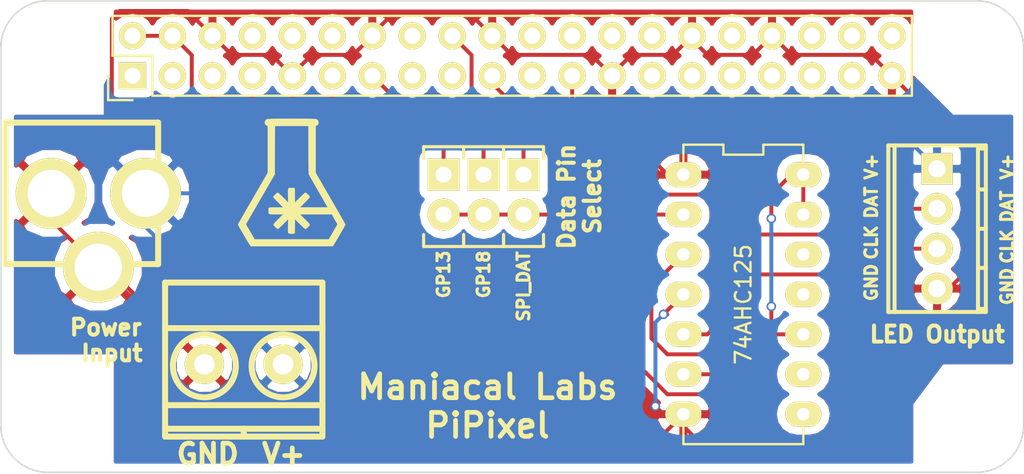
<source format=kicad_pcb>
(kicad_pcb (version 4) (host pcbnew 4.0.4-1.fc24-product)

  (general
    (links 29)
    (no_connects 0)
    (area 10.244191 23.0245 78.07248 56.45)
    (thickness 1.6)
    (drawings 44)
    (tracks 131)
    (zones 0)
    (modules 13)
    (nets 41)
  )

  (page A4)
  (layers
    (0 F.Cu signal)
    (31 B.Cu signal)
    (34 B.Paste user)
    (35 F.Paste user)
    (36 B.SilkS user)
    (37 F.SilkS user)
    (38 B.Mask user)
    (39 F.Mask user)
    (40 Dwgs.User user)
    (41 Cmts.User user)
    (44 Edge.Cuts user)
    (48 B.Fab user)
    (49 F.Fab user)
  )

  (setup
    (last_trace_width 0.25)
    (user_trace_width 0.01)
    (user_trace_width 0.02)
    (user_trace_width 0.05)
    (user_trace_width 0.1)
    (user_trace_width 0.2)
    (trace_clearance 0.2)
    (zone_clearance 0.508)
    (zone_45_only no)
    (trace_min 0.01)
    (segment_width 0.2)
    (edge_width 0.1)
    (via_size 0.6)
    (via_drill 0.4)
    (via_min_size 0.4)
    (via_min_drill 0.3)
    (uvia_size 0.3)
    (uvia_drill 0.1)
    (uvias_allowed no)
    (uvia_min_size 0.2)
    (uvia_min_drill 0.1)
    (pcb_text_width 0.3)
    (pcb_text_size 1.5 1.5)
    (mod_edge_width 0.15)
    (mod_text_size 1 1)
    (mod_text_width 0.15)
    (pad_size 2.75 2.75)
    (pad_drill 2.75)
    (pad_to_mask_clearance 0)
    (aux_axis_origin 0 0)
    (visible_elements 7FFFFF7F)
    (pcbplotparams
      (layerselection 0x01330_80000001)
      (usegerberextensions false)
      (excludeedgelayer true)
      (linewidth 0.100000)
      (plotframeref false)
      (viasonmask false)
      (mode 1)
      (useauxorigin false)
      (hpglpennumber 1)
      (hpglpenspeed 20)
      (hpglpendiameter 15)
      (hpglpenoverlay 2)
      (psnegative false)
      (psa4output false)
      (plotreference true)
      (plotvalue true)
      (plotinvisibletext false)
      (padsonsilk false)
      (subtractmaskfromsilk false)
      (outputformat 4)
      (mirror false)
      (drillshape 2)
      (scaleselection 1)
      (outputdirectory meta/))
  )

  (net 0 "")
  (net 1 "Net-(J1-Pad36)")
  (net 2 "Net-(J1-Pad40)")
  (net 3 "Net-(J1-Pad38)")
  (net 4 "Net-(J1-Pad24)")
  (net 5 "Net-(J1-Pad22)")
  (net 6 "Net-(J1-Pad32)")
  (net 7 "Net-(J1-Pad28)")
  (net 8 "Net-(J1-Pad26)")
  (net 9 "Net-(J1-Pad10)")
  (net 10 "Net-(J1-Pad12)")
  (net 11 "Net-(J1-Pad16)")
  (net 12 "Net-(J1-Pad8)")
  (net 13 "Net-(J1-Pad37)")
  (net 14 "Net-(J1-Pad33)")
  (net 15 "Net-(J1-Pad35)")
  (net 16 "Net-(J1-Pad27)")
  (net 17 "Net-(J1-Pad29)")
  (net 18 "Net-(J1-Pad31)")
  (net 19 "Net-(J1-Pad21)")
  (net 20 "Net-(J1-Pad17)")
  (net 21 "Net-(J1-Pad3)")
  (net 22 "Net-(J1-Pad1)")
  (net 23 "Net-(J1-Pad5)")
  (net 24 "Net-(J1-Pad7)")
  (net 25 "Net-(J1-Pad15)")
  (net 26 "Net-(J1-Pad11)")
  (net 27 PWR)
  (net 28 GND)
  (net 29 5V)
  (net 30 PWM_13)
  (net 31 PWM_18)
  (net 32 MOSI)
  (net 33 CLK)
  (net 34 "Net-(JP1-Pad2)")
  (net 35 "Net-(P1-Pad2)")
  (net 36 "Net-(P1-Pad3)")
  (net 37 "Net-(U1-Pad8)")
  (net 38 "Net-(U1-Pad9)")
  (net 39 "Net-(U1-Pad11)")
  (net 40 "Net-(U1-Pad12)")

  (net_class Default "This is the default net class."
    (clearance 0.2)
    (trace_width 0.25)
    (via_dia 0.6)
    (via_drill 0.4)
    (uvia_dia 0.3)
    (uvia_drill 0.1)
    (add_net 5V)
    (add_net CLK)
    (add_net GND)
    (add_net MOSI)
    (add_net "Net-(J1-Pad1)")
    (add_net "Net-(J1-Pad10)")
    (add_net "Net-(J1-Pad11)")
    (add_net "Net-(J1-Pad12)")
    (add_net "Net-(J1-Pad15)")
    (add_net "Net-(J1-Pad16)")
    (add_net "Net-(J1-Pad17)")
    (add_net "Net-(J1-Pad21)")
    (add_net "Net-(J1-Pad22)")
    (add_net "Net-(J1-Pad24)")
    (add_net "Net-(J1-Pad26)")
    (add_net "Net-(J1-Pad27)")
    (add_net "Net-(J1-Pad28)")
    (add_net "Net-(J1-Pad29)")
    (add_net "Net-(J1-Pad3)")
    (add_net "Net-(J1-Pad31)")
    (add_net "Net-(J1-Pad32)")
    (add_net "Net-(J1-Pad33)")
    (add_net "Net-(J1-Pad35)")
    (add_net "Net-(J1-Pad36)")
    (add_net "Net-(J1-Pad37)")
    (add_net "Net-(J1-Pad38)")
    (add_net "Net-(J1-Pad40)")
    (add_net "Net-(J1-Pad5)")
    (add_net "Net-(J1-Pad7)")
    (add_net "Net-(J1-Pad8)")
    (add_net "Net-(JP1-Pad2)")
    (add_net "Net-(P1-Pad2)")
    (add_net "Net-(P1-Pad3)")
    (add_net "Net-(U1-Pad11)")
    (add_net "Net-(U1-Pad12)")
    (add_net "Net-(U1-Pad8)")
    (add_net "Net-(U1-Pad9)")
    (add_net PWM_13)
    (add_net PWM_18)
    (add_net PWR)
  )

  (module RPi_Hat:RPi_Hat_Mounting_Hole (layer F.Cu) (tedit 55217CCB) (tstamp 58B743A7)
    (at 16 51)
    (descr "Mounting hole, Befestigungsbohrung, 2,7mm, No Annular, Kein Restring,")
    (tags "Mounting hole, Befestigungsbohrung, 2,7mm, No Annular, Kein Restring,")
    (fp_text reference "" (at 0 -4.0005) (layer F.SilkS) hide
      (effects (font (size 1 1) (thickness 0.15)))
    )
    (fp_text value "" (at 0.09906 3.59918) (layer F.Fab) hide
      (effects (font (size 1 1) (thickness 0.15)))
    )
    (fp_circle (center 0 0) (end 1.375 0) (layer F.Fab) (width 0.15))
    (fp_circle (center 0 0) (end 3.1 0) (layer F.Fab) (width 0.15))
    (fp_circle (center 0 0) (end 3.1 0) (layer B.Fab) (width 0.15))
    (fp_circle (center 0 0) (end 1.375 0) (layer B.Fab) (width 0.15))
    (fp_circle (center 0 0) (end 3.1 0) (layer F.CrtYd) (width 0.15))
    (fp_circle (center 0 0) (end 3.1 0) (layer B.CrtYd) (width 0.15))
    (pad "" np_thru_hole circle (at 0 0) (size 2.75 2.75) (drill 2.75) (layers *.Cu *.Mask)
      (solder_mask_margin 1.725) (clearance 1.725))
  )

  (module RPi_Hat:Pin_Header_Straight_2x20 (layer F.Cu) (tedit 5945D141) (tstamp 5516AEA0)
    (at 45 28 90)
    (descr "Through hole pin header")
    (tags "pin header")
    (path /5516AE26)
    (fp_text reference J1 (at -5 -21 180) (layer F.SilkS) hide
      (effects (font (size 1 1) (thickness 0.15)))
    )
    (fp_text value RPi_GPIO (at -1.27 -27.23 90) (layer F.Fab) hide
      (effects (font (size 1 1) (thickness 0.15)))
    )
    (fp_line (start -3.02 -25.88) (end -3.02 25.92) (layer F.CrtYd) (width 0.05))
    (fp_line (start 3.03 -25.88) (end 3.03 25.92) (layer F.CrtYd) (width 0.05))
    (fp_line (start -3.02 -25.88) (end 3.03 -25.88) (layer F.CrtYd) (width 0.05))
    (fp_line (start -3.02 25.92) (end 3.03 25.92) (layer F.CrtYd) (width 0.05))
    (fp_line (start 2.54 25.4) (end 2.54 -25.4) (layer F.SilkS) (width 0.15))
    (fp_line (start -2.54 -22.86) (end -2.54 25.4) (layer F.SilkS) (width 0.15))
    (fp_line (start 2.54 25.4) (end -2.54 25.4) (layer F.SilkS) (width 0.15))
    (fp_line (start 2.54 -25.4) (end 0 -25.4) (layer F.SilkS) (width 0.15))
    (fp_line (start -1.27 -25.68) (end -2.82 -25.68) (layer F.SilkS) (width 0.15))
    (fp_line (start 0 -25.4) (end 0 -22.86) (layer F.SilkS) (width 0.15))
    (fp_line (start 0 -22.86) (end -2.54 -22.86) (layer F.SilkS) (width 0.15))
    (fp_line (start -2.82 -25.68) (end -2.82 -24.13) (layer F.SilkS) (width 0.15))
    (pad 1 thru_hole rect (at -1.27 -24.13 90) (size 1.7272 1.7272) (drill 1.016) (layers *.Cu *.Mask F.SilkS)
      (net 22 "Net-(J1-Pad1)"))
    (pad 2 thru_hole oval (at 1.27 -24.13 90) (size 1.7272 1.7272) (drill 1.016) (layers *.Cu *.Mask F.SilkS)
      (net 29 5V))
    (pad 3 thru_hole oval (at -1.27 -21.59 90) (size 1.7272 1.7272) (drill 1.016) (layers *.Cu *.Mask F.SilkS)
      (net 21 "Net-(J1-Pad3)"))
    (pad 4 thru_hole oval (at 1.27 -21.59 90) (size 1.7272 1.7272) (drill 1.016) (layers *.Cu *.Mask F.SilkS)
      (net 29 5V))
    (pad 5 thru_hole oval (at -1.27 -19.05 90) (size 1.7272 1.7272) (drill 1.016) (layers *.Cu *.Mask F.SilkS)
      (net 23 "Net-(J1-Pad5)"))
    (pad 6 thru_hole oval (at 1.27 -19.05 90) (size 1.7272 1.7272) (drill 1.016) (layers *.Cu *.Mask F.SilkS)
      (net 28 GND))
    (pad 7 thru_hole oval (at -1.27 -16.51 90) (size 1.7272 1.7272) (drill 1.016) (layers *.Cu *.Mask F.SilkS)
      (net 24 "Net-(J1-Pad7)"))
    (pad 8 thru_hole oval (at 1.27 -16.51 90) (size 1.7272 1.7272) (drill 1.016) (layers *.Cu *.Mask F.SilkS)
      (net 12 "Net-(J1-Pad8)"))
    (pad 9 thru_hole oval (at -1.27 -13.97 90) (size 1.7272 1.7272) (drill 1.016) (layers *.Cu *.Mask F.SilkS)
      (net 28 GND))
    (pad 10 thru_hole oval (at 1.27 -13.97 90) (size 1.7272 1.7272) (drill 1.016) (layers *.Cu *.Mask F.SilkS)
      (net 9 "Net-(J1-Pad10)"))
    (pad 11 thru_hole oval (at -1.27 -11.43 90) (size 1.7272 1.7272) (drill 1.016) (layers *.Cu *.Mask F.SilkS)
      (net 26 "Net-(J1-Pad11)"))
    (pad 12 thru_hole oval (at 1.27 -11.43 90) (size 1.7272 1.7272) (drill 1.016) (layers *.Cu *.Mask F.SilkS)
      (net 10 "Net-(J1-Pad12)"))
    (pad 13 thru_hole oval (at -1.27 -8.89 90) (size 1.7272 1.7272) (drill 1.016) (layers *.Cu *.Mask F.SilkS)
      (net 30 PWM_13))
    (pad 14 thru_hole oval (at 1.27 -8.89 90) (size 1.7272 1.7272) (drill 1.016) (layers *.Cu *.Mask F.SilkS)
      (net 28 GND))
    (pad 15 thru_hole oval (at -1.27 -6.35 90) (size 1.7272 1.7272) (drill 1.016) (layers *.Cu *.Mask F.SilkS)
      (net 25 "Net-(J1-Pad15)"))
    (pad 16 thru_hole oval (at 1.27 -6.35 90) (size 1.7272 1.7272) (drill 1.016) (layers *.Cu *.Mask F.SilkS)
      (net 11 "Net-(J1-Pad16)"))
    (pad 17 thru_hole oval (at -1.27 -3.81 90) (size 1.7272 1.7272) (drill 1.016) (layers *.Cu *.Mask F.SilkS)
      (net 20 "Net-(J1-Pad17)"))
    (pad 18 thru_hole oval (at 1.27 -3.81 90) (size 1.7272 1.7272) (drill 1.016) (layers *.Cu *.Mask F.SilkS)
      (net 31 PWM_18))
    (pad 19 thru_hole oval (at -1.27 -1.27 90) (size 1.7272 1.7272) (drill 1.016) (layers *.Cu *.Mask F.SilkS)
      (net 32 MOSI))
    (pad 20 thru_hole oval (at 1.27 -1.27 90) (size 1.7272 1.7272) (drill 1.016) (layers *.Cu *.Mask F.SilkS)
      (net 28 GND))
    (pad 21 thru_hole oval (at -1.27 1.27 90) (size 1.7272 1.7272) (drill 1.016) (layers *.Cu *.Mask F.SilkS)
      (net 19 "Net-(J1-Pad21)"))
    (pad 22 thru_hole oval (at 1.27 1.27 90) (size 1.7272 1.7272) (drill 1.016) (layers *.Cu *.Mask F.SilkS)
      (net 5 "Net-(J1-Pad22)"))
    (pad 23 thru_hole oval (at -1.27 3.81 90) (size 1.7272 1.7272) (drill 1.016) (layers *.Cu *.Mask F.SilkS)
      (net 33 CLK))
    (pad 24 thru_hole oval (at 1.27 3.81 90) (size 1.7272 1.7272) (drill 1.016) (layers *.Cu *.Mask F.SilkS)
      (net 4 "Net-(J1-Pad24)"))
    (pad 25 thru_hole oval (at -1.27 6.35 90) (size 1.7272 1.7272) (drill 1.016) (layers *.Cu *.Mask F.SilkS)
      (net 28 GND))
    (pad 26 thru_hole oval (at 1.27 6.35 90) (size 1.7272 1.7272) (drill 1.016) (layers *.Cu *.Mask F.SilkS)
      (net 8 "Net-(J1-Pad26)"))
    (pad 27 thru_hole oval (at -1.27 8.89 90) (size 1.7272 1.7272) (drill 1.016) (layers *.Cu *.Mask F.SilkS)
      (net 16 "Net-(J1-Pad27)"))
    (pad 28 thru_hole oval (at 1.27 8.89 90) (size 1.7272 1.7272) (drill 1.016) (layers *.Cu *.Mask F.SilkS)
      (net 7 "Net-(J1-Pad28)"))
    (pad 29 thru_hole oval (at -1.27 11.43 90) (size 1.7272 1.7272) (drill 1.016) (layers *.Cu *.Mask F.SilkS)
      (net 17 "Net-(J1-Pad29)"))
    (pad 30 thru_hole oval (at 1.27 11.43 90) (size 1.7272 1.7272) (drill 1.016) (layers *.Cu *.Mask F.SilkS)
      (net 28 GND))
    (pad 31 thru_hole oval (at -1.27 13.97 90) (size 1.7272 1.7272) (drill 1.016) (layers *.Cu *.Mask F.SilkS)
      (net 18 "Net-(J1-Pad31)"))
    (pad 32 thru_hole oval (at 1.27 13.97 90) (size 1.7272 1.7272) (drill 1.016) (layers *.Cu *.Mask F.SilkS)
      (net 6 "Net-(J1-Pad32)"))
    (pad 33 thru_hole oval (at -1.27 16.51 90) (size 1.7272 1.7272) (drill 1.016) (layers *.Cu *.Mask F.SilkS)
      (net 14 "Net-(J1-Pad33)"))
    (pad 34 thru_hole oval (at 1.27 16.51 90) (size 1.7272 1.7272) (drill 1.016) (layers *.Cu *.Mask F.SilkS)
      (net 28 GND))
    (pad 35 thru_hole oval (at -1.27 19.05 90) (size 1.7272 1.7272) (drill 1.016) (layers *.Cu *.Mask F.SilkS)
      (net 15 "Net-(J1-Pad35)"))
    (pad 36 thru_hole oval (at 1.27 19.05 90) (size 1.7272 1.7272) (drill 1.016) (layers *.Cu *.Mask F.SilkS)
      (net 1 "Net-(J1-Pad36)"))
    (pad 37 thru_hole oval (at -1.27 21.59 90) (size 1.7272 1.7272) (drill 1.016) (layers *.Cu *.Mask F.SilkS)
      (net 13 "Net-(J1-Pad37)"))
    (pad 38 thru_hole oval (at 1.27 21.59 90) (size 1.7272 1.7272) (drill 1.016) (layers *.Cu *.Mask F.SilkS)
      (net 3 "Net-(J1-Pad38)"))
    (pad 39 thru_hole oval (at -1.27 24.13 90) (size 1.7272 1.7272) (drill 1.016) (layers *.Cu *.Mask F.SilkS)
      (net 28 GND))
    (pad 40 thru_hole oval (at 1.27 24.13 90) (size 1.7272 1.7272) (drill 1.016) (layers *.Cu *.Mask F.SilkS)
      (net 2 "Net-(J1-Pad40)"))
    (model Pin_Headers.3dshapes/Pin_Header_Straight_2x20.wrl
      (at (xyz 0 0 0))
      (scale (xyz 1 1 1))
      (rotate (xyz 0 0 90))
    )
  )

  (module RPi_Hat:RPi_Hat_Mounting_Hole (layer F.Cu) (tedit 55217C7B) (tstamp 5515DEA9)
    (at 74 28)
    (descr "Mounting hole, Befestigungsbohrung, 2,7mm, No Annular, Kein Restring,")
    (tags "Mounting hole, Befestigungsbohrung, 2,7mm, No Annular, Kein Restring,")
    (fp_text reference "" (at 0 -4.0005) (layer F.SilkS) hide
      (effects (font (size 1 1) (thickness 0.15)))
    )
    (fp_text value "" (at 0.09906 3.59918) (layer F.Fab) hide
      (effects (font (size 1 1) (thickness 0.15)))
    )
    (fp_circle (center 0 0) (end 1.375 0) (layer F.Fab) (width 0.15))
    (fp_circle (center 0 0) (end 3.1 0) (layer F.Fab) (width 0.15))
    (fp_circle (center 0 0) (end 3.1 0) (layer B.Fab) (width 0.15))
    (fp_circle (center 0 0) (end 1.375 0) (layer B.Fab) (width 0.15))
    (fp_circle (center 0 0) (end 3.1 0) (layer F.CrtYd) (width 0.15))
    (fp_circle (center 0 0) (end 3.1 0) (layer B.CrtYd) (width 0.15))
    (pad "" np_thru_hole circle (at 0 0) (size 2.75 2.75) (drill 2.75) (layers *.Cu *.Mask)
      (solder_mask_margin 1.725) (clearance 1.725))
  )

  (module RPi_Hat:RPi_Hat_Mounting_Hole (layer F.Cu) (tedit 55217CCB) (tstamp 55169DC9)
    (at 74 51)
    (descr "Mounting hole, Befestigungsbohrung, 2,7mm, No Annular, Kein Restring,")
    (tags "Mounting hole, Befestigungsbohrung, 2,7mm, No Annular, Kein Restring,")
    (fp_text reference "" (at 0 -4.0005) (layer F.SilkS) hide
      (effects (font (size 1 1) (thickness 0.15)))
    )
    (fp_text value "" (at 0.09906 3.59918) (layer F.Fab) hide
      (effects (font (size 1 1) (thickness 0.15)))
    )
    (fp_circle (center 0 0) (end 1.375 0) (layer F.Fab) (width 0.15))
    (fp_circle (center 0 0) (end 3.1 0) (layer F.Fab) (width 0.15))
    (fp_circle (center 0 0) (end 3.1 0) (layer B.Fab) (width 0.15))
    (fp_circle (center 0 0) (end 1.375 0) (layer B.Fab) (width 0.15))
    (fp_circle (center 0 0) (end 3.1 0) (layer F.CrtYd) (width 0.15))
    (fp_circle (center 0 0) (end 3.1 0) (layer B.CrtYd) (width 0.15))
    (pad "" np_thru_hole circle (at 0 0) (size 2.75 2.75) (drill 2.75) (layers *.Cu *.Mask)
      (solder_mask_margin 1.725) (clearance 1.725))
  )

  (module RPi_Hat:RPi_Hat_Mounting_Hole (layer F.Cu) (tedit 55217CA2) (tstamp 5515DEBF)
    (at 16 28)
    (descr "Mounting hole, Befestigungsbohrung, 2,7mm, No Annular, Kein Restring,")
    (tags "Mounting hole, Befestigungsbohrung, 2,7mm, No Annular, Kein Restring,")
    (fp_text reference "" (at 0 -4.0005) (layer F.SilkS) hide
      (effects (font (size 1 1) (thickness 0.15)))
    )
    (fp_text value "" (at 0.09906 3.59918) (layer F.Fab) hide
      (effects (font (size 1 1) (thickness 0.15)))
    )
    (fp_circle (center 0 0) (end 1.375 0) (layer F.Fab) (width 0.15))
    (fp_circle (center 0 0) (end 3.1 0) (layer F.Fab) (width 0.15))
    (fp_circle (center 0 0) (end 3.1 0) (layer B.Fab) (width 0.15))
    (fp_circle (center 0 0) (end 1.375 0) (layer B.Fab) (width 0.15))
    (fp_circle (center 0 0) (end 3.1 0) (layer F.CrtYd) (width 0.15))
    (fp_circle (center 0 0) (end 3.1 0) (layer B.CrtYd) (width 0.15))
    (pad "" np_thru_hole circle (at 0 0) (size 2.75 2.75) (drill 2.75) (layers *.Cu *.Mask)
      (solder_mask_margin 1.725) (clearance 1.725))
  )

  (module APM_BarrelJack:ML_BARREL_JACK_ROUND_PADS_SHORT (layer F.Cu) (tedit 53D503A9) (tstamp 5945D013)
    (at 15.5 36.75)
    (descr "DC Barrel Jack")
    (tags "Power Jack")
    (path /59453B45)
    (fp_text reference CON1 (at 10.09904 0 90) (layer F.SilkS) hide
      (effects (font (size 1.016 1.016) (thickness 0.2032)))
    )
    (fp_text value BARREL_JACK (at 0 -5.99948) (layer F.SilkS) hide
      (effects (font (size 1.016 1.016) (thickness 0.2032)))
    )
    (fp_line (start -2.7005 -4.50088) (end -2.7005 4.50088) (layer F.SilkS) (width 0.381))
    (fp_line (start -2.70062 4.50088) (end 7.00024 4.50088) (layer F.SilkS) (width 0.381))
    (fp_line (start 7.00024 4.50088) (end 7.00024 -4.50088) (layer F.SilkS) (width 0.381))
    (fp_line (start 7.00024 -4.50088) (end -2.70062 -4.50088) (layer F.SilkS) (width 0.381))
    (pad 1 thru_hole circle (at 6.20014 0) (size 4.5 4.5) (drill 2.99974) (layers *.Cu *.Mask F.SilkS)
      (net 27 PWR))
    (pad 2 thru_hole circle (at 0.20066 0) (size 4.5 4.5) (drill 2.99974) (layers *.Cu *.Mask F.SilkS)
      (net 28 GND))
    (pad 3 thru_hole circle (at 3.2004 4.699) (size 4.5 4.5) (drill 2.99974) (layers *.Cu *.Mask F.SilkS)
      (net 28 GND))
  )

  (module w_conn_mkds:mkds_1,5-2 (layer F.Cu) (tedit 5945D12D) (tstamp 5945D033)
    (at 27.94 47.625)
    (descr "2-way 5mm pitch terminal block, Phoenix MKDS series")
    (path /59453D07)
    (fp_text reference P2 (at 0 -6.6) (layer F.SilkS) hide
      (effects (font (size 1.5 1.5) (thickness 0.3)))
    )
    (fp_text value CONN_01X02 (at 0 5.9) (layer F.SilkS) hide
      (effects (font (size 1.5 1.5) (thickness 0.3)))
    )
    (fp_line (start 0 4.1) (end 0 4.6) (layer F.SilkS) (width 0.381))
    (fp_circle (center 2.5 0.1) (end 0.5 0.1) (layer F.SilkS) (width 0.381))
    (fp_circle (center -2.5 0.1) (end -0.5 0.1) (layer F.SilkS) (width 0.381))
    (fp_line (start -5 2.6) (end 5 2.6) (layer F.SilkS) (width 0.381))
    (fp_line (start -5 -2.3) (end 5 -2.3) (layer F.SilkS) (width 0.381))
    (fp_line (start -5 4.1) (end 5 4.1) (layer F.SilkS) (width 0.381))
    (fp_line (start -5 4.6) (end 5 4.6) (layer F.SilkS) (width 0.381))
    (fp_line (start 5 4.6) (end 5 -5.2) (layer F.SilkS) (width 0.381))
    (fp_line (start 5 -5.2) (end -5 -5.2) (layer F.SilkS) (width 0.381))
    (fp_line (start -5 -5.2) (end -5 4.6) (layer F.SilkS) (width 0.381))
    (pad 1 thru_hole circle (at -2.5 0) (size 2.5 2.5) (drill 1.3) (layers *.Cu *.Mask F.SilkS)
      (net 28 GND))
    (pad 2 thru_hole circle (at 2.5 0) (size 2.5 2.5) (drill 1.3) (layers *.Cu *.Mask F.SilkS)
      (net 27 PWR))
    (model walter/conn_mkds/mkds_1,5-2.wrl
      (at (xyz 0 0 0))
      (scale (xyz 1 1 1))
      (rotate (xyz 0 0 0))
    )
  )

  (module w_conn_mpt:mpt_0,5%2f4-2,54 (layer F.Cu) (tedit 5945D0CE) (tstamp 5945D02D)
    (at 72 39 90)
    (descr "4-way 2.54mm pitch terminal block, Phoenix MPT series")
    (path /5945246A)
    (fp_text reference P1 (at 0 -4.50088 90) (layer F.SilkS) hide
      (effects (font (thickness 0.3048)))
    )
    (fp_text value CONN_01X04 (at 0 4.50088 90) (layer F.SilkS) hide
      (effects (font (thickness 0.3048)))
    )
    (fp_line (start 5.30098 -3.0988) (end -5.30098 -3.0988) (layer F.SilkS) (width 0.254))
    (fp_line (start -5.30098 -2.70002) (end 5.30098 -2.70002) (layer F.SilkS) (width 0.254))
    (fp_line (start -5.30098 2.60096) (end 5.30098 2.60096) (layer F.SilkS) (width 0.254))
    (fp_line (start 5.30098 3.0988) (end -5.30098 3.0988) (layer F.SilkS) (width 0.254))
    (fp_line (start 2.49682 2.60096) (end 2.49682 3.0988) (layer F.SilkS) (width 0.254))
    (fp_line (start 0 2.60096) (end 0 3.0988) (layer F.SilkS) (width 0.254))
    (fp_line (start -5.09778 3.0988) (end -5.09778 2.60096) (layer F.SilkS) (width 0.254))
    (fp_line (start 5.10032 2.60096) (end 5.10032 3.0988) (layer F.SilkS) (width 0.254))
    (fp_line (start -2.49682 3.0988) (end -2.49682 2.60096) (layer F.SilkS) (width 0.254))
    (fp_line (start 5.29844 3.0988) (end 5.29844 -3.0988) (layer F.SilkS) (width 0.254))
    (fp_line (start -5.2959 -3.0988) (end -5.2959 3.0988) (layer F.SilkS) (width 0.254))
    (pad 4 thru_hole oval (at -3.81 0 90) (size 1.99898 1.99898) (drill 1.09728) (layers *.Cu *.Mask F.SilkS)
      (net 28 GND))
    (pad 1 thru_hole rect (at 3.81 0 90) (size 1.99898 1.99898) (drill 1.09728) (layers *.Cu *.Mask F.SilkS)
      (net 27 PWR))
    (pad 2 thru_hole oval (at 1.27 0 90) (size 1.99898 1.99898) (drill 1.09728) (layers *.Cu *.Mask F.SilkS)
      (net 35 "Net-(P1-Pad2)"))
    (pad 3 thru_hole oval (at -1.27 0 90) (size 1.99898 1.99898) (drill 1.09728) (layers *.Cu *.Mask F.SilkS)
      (net 36 "Net-(P1-Pad3)"))
    (model walter/conn_mpt/mpt_0,5-4-2,54.wrl
      (at (xyz 0 0 0))
      (scale (xyz 1 1 1))
      (rotate (xyz 0 0 0))
    )
  )

  (module Custom:small_jump (layer F.Cu) (tedit 5945D18E) (tstamp 5945D019)
    (at 45.72 35.56 270)
    (descr small_jump)
    (tags "socket strip")
    (path /59452672)
    (fp_text reference JP1 (at 0 -5.1 270) (layer F.SilkS) hide
      (effects (font (size 1 1) (thickness 0.15)))
    )
    (fp_text value Jumper_NC_Small (at 0 -3.1 270) (layer F.Fab) hide
      (effects (font (size 1 1) (thickness 0.15)))
    )
    (fp_line (start -1.75 -1.75) (end -1.75 1.75) (layer F.CrtYd) (width 0.05))
    (fp_line (start 4.3 -1.75) (end 4.3 1.75) (layer F.CrtYd) (width 0.05))
    (fp_line (start -1.75 -1.75) (end 4.3 -1.75) (layer F.CrtYd) (width 0.05))
    (fp_line (start -1.75 1.75) (end 4.3 1.75) (layer F.CrtYd) (width 0.05))
    (pad 1 thru_hole rect (at 0 0 270) (size 2.032 2.032) (drill 1.016) (layers *.Cu *.Mask F.SilkS)
      (net 32 MOSI))
    (pad 2 thru_hole oval (at 2.54 0 270) (size 2.032 2.032) (drill 1.016) (layers *.Cu *.Mask F.SilkS)
      (net 34 "Net-(JP1-Pad2)"))
    (model Socket_Strips.3dshapes/Socket_Strip_Straight_1x02.wrl
      (at (xyz 0.05 0 0))
      (scale (xyz 1 1 1))
      (rotate (xyz 0 0 180))
    )
  )

  (module Custom:small_jump (layer F.Cu) (tedit 5945D18E) (tstamp 5945D025)
    (at 40.64 35.56 270)
    (descr small_jump)
    (tags "socket strip")
    (path /59452722)
    (fp_text reference JP3 (at 0 -5.1 270) (layer F.SilkS) hide
      (effects (font (size 1 1) (thickness 0.15)))
    )
    (fp_text value Jumper_NO_Small (at 0 -3.1 270) (layer F.Fab) hide
      (effects (font (size 1 1) (thickness 0.15)))
    )
    (fp_line (start -1.75 -1.75) (end -1.75 1.75) (layer F.CrtYd) (width 0.05))
    (fp_line (start 4.3 -1.75) (end 4.3 1.75) (layer F.CrtYd) (width 0.05))
    (fp_line (start -1.75 -1.75) (end 4.3 -1.75) (layer F.CrtYd) (width 0.05))
    (fp_line (start -1.75 1.75) (end 4.3 1.75) (layer F.CrtYd) (width 0.05))
    (pad 1 thru_hole rect (at 0 0 270) (size 2.032 2.032) (drill 1.016) (layers *.Cu *.Mask F.SilkS)
      (net 30 PWM_13))
    (pad 2 thru_hole oval (at 2.54 0 270) (size 2.032 2.032) (drill 1.016) (layers *.Cu *.Mask F.SilkS)
      (net 34 "Net-(JP1-Pad2)"))
    (model Socket_Strips.3dshapes/Socket_Strip_Straight_1x02.wrl
      (at (xyz 0.05 0 0))
      (scale (xyz 1 1 1))
      (rotate (xyz 0 0 180))
    )
  )

  (module Custom:small_jump (layer F.Cu) (tedit 5945D18E) (tstamp 5945D01F)
    (at 43.18 35.56 270)
    (descr small_jump)
    (tags "socket strip")
    (path /5945269F)
    (fp_text reference JP2 (at 0 -5.1 270) (layer F.SilkS) hide
      (effects (font (size 1 1) (thickness 0.15)))
    )
    (fp_text value Jumper_NO_Small (at 0 -3.1 270) (layer F.Fab) hide
      (effects (font (size 1 1) (thickness 0.15)))
    )
    (fp_line (start -1.75 -1.75) (end -1.75 1.75) (layer F.CrtYd) (width 0.05))
    (fp_line (start 4.3 -1.75) (end 4.3 1.75) (layer F.CrtYd) (width 0.05))
    (fp_line (start -1.75 -1.75) (end 4.3 -1.75) (layer F.CrtYd) (width 0.05))
    (fp_line (start -1.75 1.75) (end 4.3 1.75) (layer F.CrtYd) (width 0.05))
    (pad 1 thru_hole rect (at 0 0 270) (size 2.032 2.032) (drill 1.016) (layers *.Cu *.Mask F.SilkS)
      (net 31 PWM_18))
    (pad 2 thru_hole oval (at 2.54 0 270) (size 2.032 2.032) (drill 1.016) (layers *.Cu *.Mask F.SilkS)
      (net 34 "Net-(JP1-Pad2)"))
    (model Socket_Strips.3dshapes/Socket_Strip_Straight_1x02.wrl
      (at (xyz 0.05 0 0))
      (scale (xyz 1 1 1))
      (rotate (xyz 0 0 180))
    )
  )

  (module Custom:DIP_14 (layer F.Cu) (tedit 5945D330) (tstamp 5945D045)
    (at 55.88 35.56)
    (descr "14-lead dip package, row spacing 7.62 mm (300 mils), longer pads")
    (tags "dil dip 2.54 300")
    (path /594534EA)
    (fp_text reference U1 (at 3.81 -3.81) (layer F.SilkS) hide
      (effects (font (size 1 1) (thickness 0.15)))
    )
    (fp_text value 74AHC125 (at 3.81 8.255 90) (layer F.SilkS)
      (effects (font (size 1 1) (thickness 0.15)))
    )
    (fp_line (start 2.54 -1.905) (end 0 -1.905) (layer F.SilkS) (width 0.15))
    (fp_line (start 2.54 -1.905) (end 2.54 -1.27) (layer F.SilkS) (width 0.15))
    (fp_line (start 2.54 -1.27) (end 3.175 -1.27) (layer F.SilkS) (width 0.15))
    (fp_line (start 0 -0.635) (end 0 -1.905) (layer F.SilkS) (width 0.15))
    (fp_line (start 3.175 -1.27) (end 5.08 -1.27) (layer F.SilkS) (width 0.15))
    (fp_line (start 5.08 -1.27) (end 5.08 -1.905) (layer F.SilkS) (width 0.15))
    (fp_line (start 5.08 -1.905) (end 7.62 -1.905) (layer F.SilkS) (width 0.15))
    (fp_line (start 7.62 -1.905) (end 7.62 -0.635) (layer F.SilkS) (width 0.15))
    (fp_line (start 0 15.875) (end 0 17.145) (layer F.SilkS) (width 0.15))
    (fp_line (start 0 17.145) (end 7.62 17.145) (layer F.SilkS) (width 0.15))
    (fp_line (start 7.62 17.145) (end 7.62 15.875) (layer F.SilkS) (width 0.15))
    (fp_line (start -1.4 -2.45) (end -1.4 17.7) (layer F.CrtYd) (width 0.05))
    (fp_line (start 9 -2.45) (end 9 17.7) (layer F.CrtYd) (width 0.05))
    (fp_line (start -1.4 -2.45) (end 9 -2.45) (layer F.CrtYd) (width 0.05))
    (fp_line (start -1.4 17.7) (end 9 17.7) (layer F.CrtYd) (width 0.05))
    (pad 1 thru_hole oval (at 0 0) (size 2.3 1.6) (drill 0.8) (layers *.Cu *.Mask F.SilkS)
      (net 28 GND))
    (pad 2 thru_hole oval (at 0 2.54) (size 2.3 1.6) (drill 0.8) (layers *.Cu *.Mask F.SilkS)
      (net 34 "Net-(JP1-Pad2)"))
    (pad 3 thru_hole oval (at 0 5.08) (size 2.3 1.6) (drill 0.8) (layers *.Cu *.Mask F.SilkS)
      (net 35 "Net-(P1-Pad2)"))
    (pad 4 thru_hole oval (at 0 7.62) (size 2.3 1.6) (drill 0.8) (layers *.Cu *.Mask F.SilkS)
      (net 28 GND))
    (pad 5 thru_hole oval (at 0 10.16) (size 2.3 1.6) (drill 0.8) (layers *.Cu *.Mask F.SilkS)
      (net 33 CLK))
    (pad 6 thru_hole oval (at 0 12.7) (size 2.3 1.6) (drill 0.8) (layers *.Cu *.Mask F.SilkS)
      (net 36 "Net-(P1-Pad3)"))
    (pad 7 thru_hole oval (at 0 15.24) (size 2.3 1.6) (drill 0.8) (layers *.Cu *.Mask F.SilkS)
      (net 28 GND))
    (pad 8 thru_hole oval (at 7.62 15.24) (size 2.3 1.6) (drill 0.8) (layers *.Cu *.Mask F.SilkS)
      (net 37 "Net-(U1-Pad8)"))
    (pad 9 thru_hole oval (at 7.62 12.7) (size 2.3 1.6) (drill 0.8) (layers *.Cu *.Mask F.SilkS)
      (net 38 "Net-(U1-Pad9)"))
    (pad 10 thru_hole oval (at 7.62 10.16) (size 2.3 1.6) (drill 0.8) (layers *.Cu *.Mask F.SilkS)
      (net 29 5V))
    (pad 11 thru_hole oval (at 7.62 7.62) (size 2.3 1.6) (drill 0.8) (layers *.Cu *.Mask F.SilkS)
      (net 39 "Net-(U1-Pad11)"))
    (pad 12 thru_hole oval (at 7.62 5.08) (size 2.3 1.6) (drill 0.8) (layers *.Cu *.Mask F.SilkS)
      (net 40 "Net-(U1-Pad12)"))
    (pad 13 thru_hole oval (at 7.62 2.54) (size 2.3 1.6) (drill 0.8) (layers *.Cu *.Mask F.SilkS)
      (net 29 5V))
    (pad 14 thru_hole oval (at 7.62 0) (size 2.3 1.6) (drill 0.8) (layers *.Cu *.Mask F.SilkS)
      (net 29 5V))
    (model Housings_DIP.3dshapes/DIP-14_W7.62mm_LongPads.wrl
      (at (xyz 0 0 0))
      (scale (xyz 1 1 1))
      (rotate (xyz 0 0 0))
    )
  )

  (module LOGOS:logo_MLlabs_small (layer F.Cu) (tedit 0) (tstamp 5945DD17)
    (at 30.988 36.068)
    (fp_text reference G*** (at 0 0) (layer F.SilkS) hide
      (effects (font (thickness 0.3)))
    )
    (fp_text value LOGO (at 0.75 0) (layer F.SilkS) hide
      (effects (font (thickness 0.3)))
    )
    (fp_poly (pts (xy 0.280132 -4.064859) (xy 0.46933 -4.064296) (xy 0.651803 -4.063447) (xy 0.824802 -4.062307)
      (xy 0.98558 -4.060879) (xy 1.131388 -4.059163) (xy 1.259478 -4.057157) (xy 1.367101 -4.054863)
      (xy 1.451511 -4.052281) (xy 1.509958 -4.049409) (xy 1.539694 -4.046249) (xy 1.541045 -4.045899)
      (xy 1.61465 -4.010199) (xy 1.668272 -3.957046) (xy 1.701256 -3.892418) (xy 1.712948 -3.822294)
      (xy 1.702692 -3.752654) (xy 1.669833 -3.689475) (xy 1.613717 -3.638736) (xy 1.587218 -3.624447)
      (xy 1.524819 -3.595688) (xy 1.524409 -2.113859) (xy 1.524 -0.632031) (xy 1.951194 0.108641)
      (xy 2.041737 0.265615) (xy 2.144897 0.444444) (xy 2.257416 0.639483) (xy 2.376038 0.84509)
      (xy 2.497507 1.05562) (xy 2.618568 1.265429) (xy 2.735963 1.468874) (xy 2.846437 1.660312)
      (xy 2.895756 1.74577) (xy 2.984967 1.900722) (xy 3.069309 2.047946) (xy 3.147458 2.185082)
      (xy 3.218089 2.309771) (xy 3.279877 2.419652) (xy 3.331497 2.512365) (xy 3.371624 2.585552)
      (xy 3.398934 2.636852) (xy 3.412102 2.663905) (xy 3.413125 2.667254) (xy 3.405259 2.687854)
      (xy 3.382954 2.73233) (xy 3.348145 2.797359) (xy 3.302767 2.879615) (xy 3.248756 2.975774)
      (xy 3.188047 3.082511) (xy 3.122577 3.196503) (xy 3.054279 3.314423) (xy 2.985091 3.432948)
      (xy 2.916948 3.548754) (xy 2.851784 3.658515) (xy 2.791537 3.758906) (xy 2.738141 3.846605)
      (xy 2.693532 3.918285) (xy 2.659645 3.970622) (xy 2.638416 4.000292) (xy 2.634599 4.004468)
      (xy 2.587124 4.048125) (xy -2.587125 4.048125) (xy -2.6346 4.004468) (xy -2.651394 3.982746)
      (xy -2.681461 3.937288) (xy -2.722866 3.87142) (xy -2.773675 3.788466) (xy -2.83195 3.691753)
      (xy -2.895758 3.584605) (xy -2.963162 3.470346) (xy -3.032228 3.352303) (xy -3.101019 3.2338)
      (xy -3.1676 3.118163) (xy -3.230037 3.008717) (xy -3.286392 2.908786) (xy -3.334733 2.821695)
      (xy -3.373121 2.750771) (xy -3.399623 2.699338) (xy -3.412303 2.67072) (xy -3.413126 2.666933)
      (xy -3.406861 2.651738) (xy -2.908183 2.651738) (xy -2.633492 3.127681) (xy -2.358802 3.603625)
      (xy 2.358654 3.603625) (xy 2.633694 3.126873) (xy 2.908735 2.650121) (xy 2.800627 2.464091)
      (xy 2.752108 2.380084) (xy 2.701391 2.291405) (xy 2.654699 2.208982) (xy 2.620228 2.147315)
      (xy 2.547937 2.016567) (xy 0.532125 2.016125) (xy 0.827748 2.313781) (xy 0.907725 2.394852)
      (xy 0.980741 2.469905) (xy 1.043638 2.535609) (xy 1.093257 2.588634) (xy 1.12644 2.62565)
      (xy 1.139732 2.642697) (xy 1.147043 2.68023) (xy 1.134704 2.715316) (xy 1.109692 2.75107)
      (xy 1.069306 2.795828) (xy 1.020048 2.84377) (xy 0.96842 2.889074) (xy 0.920926 2.925919)
      (xy 0.884067 2.948484) (xy 0.86948 2.95275) (xy 0.847132 2.9422) (xy 0.805787 2.910232)
      (xy 0.744908 2.856363) (xy 0.66396 2.780114) (xy 0.562408 2.681002) (xy 0.52081 2.639741)
      (xy 0.206375 2.326732) (xy 0.206375 2.761522) (xy 0.206186 2.892308) (xy 0.20548 2.995011)
      (xy 0.204051 3.073296) (xy 0.201691 3.13083) (xy 0.198191 3.171276) (xy 0.193345 3.198301)
      (xy 0.186944 3.21557) (xy 0.180102 3.225343) (xy 0.163266 3.238829) (xy 0.137807 3.247459)
      (xy 0.097181 3.252237) (xy 0.034844 3.254165) (xy -0.009246 3.254375) (xy -0.082993 3.253988)
      (xy -0.131948 3.25182) (xy -0.163068 3.24636) (xy -0.18331 3.236094) (xy -0.19963 3.219512)
      (xy -0.205947 3.211627) (xy -0.216079 3.19762) (xy -0.223883 3.181895) (xy -0.229608 3.160501)
      (xy -0.233503 3.129484) (xy -0.235815 3.084892) (xy -0.236793 3.022771) (xy -0.236686 2.93917)
      (xy -0.235741 2.830136) (xy -0.23488 2.751238) (xy -0.233664 2.63983) (xy -0.232637 2.539621)
      (xy -0.231836 2.454754) (xy -0.2313 2.389372) (xy -0.231063 2.347619) (xy -0.231154 2.333611)
      (xy -0.242126 2.344389) (xy -0.272577 2.374776) (xy -0.319606 2.421863) (xy -0.380307 2.482739)
      (xy -0.451779 2.554496) (xy -0.531118 2.634225) (xy -0.532779 2.635894) (xy -0.614205 2.716741)
      (xy -0.690054 2.790133) (xy -0.75699 2.852994) (xy -0.811678 2.902247) (xy -0.850782 2.934816)
      (xy -0.870663 2.947556) (xy -0.891093 2.948152) (xy -0.915531 2.937567) (xy -0.948775 2.912398)
      (xy -0.995625 2.869244) (xy -1.033382 2.83219) (xy -1.095633 2.767657) (xy -1.135484 2.719575)
      (xy -1.155419 2.684681) (xy -1.158875 2.667521) (xy -1.153549 2.649558) (xy -1.136229 2.622344)
      (xy -1.10491 2.583608) (xy -1.057584 2.531079) (xy -0.992243 2.462484) (xy -0.90688 2.375551)
      (xy -0.853434 2.321867) (xy -0.547993 2.016125) (xy -0.975443 2.016125) (xy -1.114762 2.016235)
      (xy -1.225588 2.015593) (xy -1.311172 2.012739) (xy -1.374762 2.006213) (xy -1.419608 1.994556)
      (xy -1.44896 1.976308) (xy -1.466068 1.950009) (xy -1.47418 1.9142) (xy -1.476546 1.86742)
      (xy -1.476417 1.808211) (xy -1.476375 1.791107) (xy -1.476751 1.729737) (xy -1.475702 1.68098)
      (xy -1.469967 1.64339) (xy -1.456283 1.615522) (xy -1.431389 1.595933) (xy -1.392023 1.583178)
      (xy -1.334922 1.575811) (xy -1.256824 1.572388) (xy -1.154468 1.571465) (xy -1.024591 1.571596)
      (xy -0.980804 1.571625) (xy -0.548733 1.571625) (xy -0.861742 1.257189) (xy -0.951102 1.166371)
      (xy -1.028596 1.085517) (xy -1.091949 1.017128) (xy -1.138886 0.963706) (xy -1.167132 0.927753)
      (xy -1.17475 0.91299) (xy -1.163254 0.886392) (xy -1.132729 0.845976) (xy -1.089124 0.797523)
      (xy -1.038387 0.746817) (xy -0.986466 0.699641) (xy -0.93931 0.661778) (xy -0.902866 0.63901)
      (xy -0.888823 0.635) (xy -0.869893 0.641738) (xy -0.838933 0.663065) (xy -0.794064 0.700648)
      (xy -0.73341 0.756153) (xy -0.655092 0.831247) (xy -0.557233 0.927597) (xy -0.540655 0.944083)
      (xy -0.230188 1.253166) (xy -0.234866 0.828775) (xy -0.236547 0.690249) (xy -0.237206 0.580203)
      (xy -0.235349 0.495374) (xy -0.229485 0.432496) (xy -0.218121 0.388302) (xy -0.199764 0.359528)
      (xy -0.172922 0.342909) (xy -0.136103 0.335179) (xy -0.087814 0.333073) (xy -0.026564 0.333325)
      (xy -0.008454 0.333375) (xy 0.071777 0.334496) (xy 0.126137 0.338371) (xy 0.160445 0.345763)
      (xy 0.180519 0.357438) (xy 0.181428 0.358321) (xy 0.188921 0.369469) (xy 0.19478 0.38854)
      (xy 0.199198 0.419092) (xy 0.202365 0.464686) (xy 0.204473 0.528878) (xy 0.205714 0.61523)
      (xy 0.206279 0.727298) (xy 0.206375 0.822142) (xy 0.206375 1.261017) (xy 0.52081 0.948008)
      (xy 0.624977 0.84524) (xy 0.709018 0.764457) (xy 0.774393 0.704357) (xy 0.822558 0.663639)
      (xy 0.854973 0.641001) (xy 0.871435 0.635) (xy 0.90364 0.64705) (xy 0.951929 0.681515)
      (xy 1.011031 0.734218) (xy 1.077277 0.800807) (xy 1.120369 0.852289) (xy 1.142644 0.892492)
      (xy 1.146437 0.925242) (xy 1.139732 0.945052) (xy 1.124448 0.964412) (xy 1.089823 1.002842)
      (xy 1.039016 1.057013) (xy 0.975186 1.123594) (xy 0.901491 1.199256) (xy 0.827748 1.273968)
      (xy 0.532125 1.571625) (xy 2.288589 1.571625) (xy 2.257294 1.520031) (xy 2.222471 1.461823)
      (xy 2.176078 1.383049) (xy 2.119623 1.286349) (xy 2.054614 1.174365) (xy 1.982559 1.049736)
      (xy 1.904966 0.915105) (xy 1.823344 0.773113) (xy 1.739201 0.6264) (xy 1.654044 0.477608)
      (xy 1.569382 0.329378) (xy 1.486723 0.184351) (xy 1.407576 0.045167) (xy 1.333448 -0.085532)
      (xy 1.265847 -0.205104) (xy 1.206282 -0.31091) (xy 1.15626 -0.400307) (xy 1.117291 -0.470655)
      (xy 1.090882 -0.519312) (xy 1.07854 -0.543639) (xy 1.077896 -0.545341) (xy 1.075786 -0.56837)
      (xy 1.073779 -0.620989) (xy 1.071895 -0.701038) (xy 1.070154 -0.806357) (xy 1.068575 -0.934788)
      (xy 1.067179 -1.08417) (xy 1.065985 -1.252344) (xy 1.065013 -1.43715) (xy 1.064282 -1.636427)
      (xy 1.063814 -1.848017) (xy 1.063627 -2.06976) (xy 1.063625 -2.099364) (xy 1.063625 -3.603625)
      (xy -1.063011 -3.603625) (xy -1.071563 -0.531813) (xy -1.415271 0.0635) (xy -1.504982 0.218868)
      (xy -1.604527 0.391244) (xy -1.709479 0.572961) (xy -1.81541 0.756356) (xy -1.917894 0.933764)
      (xy -2.012504 1.097521) (xy -2.08006 1.214437) (xy -2.225644 1.466399) (xy -2.357143 1.69405)
      (xy -2.474336 1.89701) (xy -2.577005 2.074897) (xy -2.664929 2.227331) (xy -2.73789 2.353931)
      (xy -2.795668 2.454316) (xy -2.838043 2.528107) (xy -2.864795 2.574921) (xy -2.869919 2.583962)
      (xy -2.908183 2.651738) (xy -3.406861 2.651738) (xy -3.405407 2.648214) (xy -3.383339 2.60501)
      (xy -3.348556 2.540273) (xy -3.302689 2.456953) (xy -3.247372 2.357999) (xy -3.184237 2.246362)
      (xy -3.114917 2.124993) (xy -3.070081 2.047074) (xy -2.983993 1.89789) (xy -2.891116 1.736959)
      (xy -2.795258 1.570876) (xy -2.700224 1.406236) (xy -2.609821 1.249633) (xy -2.527855 1.107663)
      (xy -2.461177 0.992187) (xy -2.389938 0.868821) (xy -2.306741 0.724738) (xy -2.2155 0.566716)
      (xy -2.12013 0.401537) (xy -2.024545 0.235979) (xy -1.932659 0.076823) (xy -1.859659 -0.049628)
      (xy -1.524 -0.631069) (xy -1.52441 -2.113378) (xy -1.52482 -3.595688) (xy -1.587219 -3.624447)
      (xy -1.652017 -3.669134) (xy -1.693317 -3.728451) (xy -1.711775 -3.796419) (xy -1.708045 -3.867059)
      (xy -1.682782 -3.934394) (xy -1.636642 -3.992443) (xy -1.570279 -4.035229) (xy -1.541046 -4.045899)
      (xy -1.514499 -4.04909) (xy -1.458952 -4.051991) (xy -1.377153 -4.054604) (xy -1.271849 -4.056929)
      (xy -1.145789 -4.058965) (xy -1.001721 -4.060712) (xy -0.842394 -4.06217) (xy -0.670554 -4.06334)
      (xy -0.488951 -4.06422) (xy -0.300333 -4.064813) (xy -0.107448 -4.065117) (xy 0.086957 -4.065132)
      (xy 0.280132 -4.064859)) (layer F.SilkS) (width 0.01))
  )

  (gr_text "Data Pin\nSelect" (at 49.276 36.957 90) (layer F.SilkS)
    (effects (font (size 1.016 1.016) (thickness 0.254)))
  )
  (gr_text "Power \nInput" (at 19.558 46.101) (layer F.SilkS)
    (effects (font (size 1.016 1.016) (thickness 0.254)))
  )
  (gr_text "LED Output" (at 72.009 45.72) (layer F.SilkS)
    (effects (font (size 1.016 1.016) (thickness 0.254)))
  )
  (gr_text "Maniacal Labs\nPiPixel" (at 43.434 50.292) (layer F.SilkS)
    (effects (font (thickness 0.3)))
  )
  (gr_line (start 39.37 34.544) (end 39.37 34.29) (angle 90) (layer F.SilkS) (width 0.2))
  (gr_line (start 41.91 34.29) (end 41.91 34.544) (angle 90) (layer F.SilkS) (width 0.2))
  (gr_line (start 44.45 34.29) (end 44.45 34.544) (angle 90) (layer F.SilkS) (width 0.2))
  (gr_line (start 46.99 33.782) (end 46.99 34.544) (angle 90) (layer F.SilkS) (width 0.2))
  (gr_line (start 44.45 33.782) (end 46.99 33.782) (angle 90) (layer F.SilkS) (width 0.2))
  (gr_line (start 44.45 33.782) (end 44.45 34.29) (angle 90) (layer F.SilkS) (width 0.2))
  (gr_line (start 41.91 33.782) (end 44.45 33.782) (angle 90) (layer F.SilkS) (width 0.2))
  (gr_line (start 41.91 33.782) (end 41.91 34.29) (angle 90) (layer F.SilkS) (width 0.2))
  (gr_line (start 39.37 33.782) (end 41.91 33.782) (angle 90) (layer F.SilkS) (width 0.2))
  (gr_line (start 39.37 34.29) (end 39.37 33.782) (angle 90) (layer F.SilkS) (width 0.2))
  (gr_line (start 46.99 40.132) (end 46.99 39.37) (angle 90) (layer F.SilkS) (width 0.2))
  (gr_line (start 44.45 40.132) (end 46.99 40.132) (angle 90) (layer F.SilkS) (width 0.2))
  (gr_line (start 44.45 39.37) (end 44.45 40.132) (angle 90) (layer F.SilkS) (width 0.2))
  (gr_line (start 44.45 40.132) (end 44.45 39.37) (angle 90) (layer F.SilkS) (width 0.2))
  (gr_line (start 41.91 40.132) (end 44.45 40.132) (angle 90) (layer F.SilkS) (width 0.2))
  (gr_line (start 41.91 39.37) (end 41.91 40.132) (angle 90) (layer F.SilkS) (width 0.2))
  (gr_line (start 41.91 40.132) (end 41.91 39.37) (angle 90) (layer F.SilkS) (width 0.2))
  (gr_line (start 39.37 40.132) (end 41.91 40.132) (angle 90) (layer F.SilkS) (width 0.2))
  (gr_line (start 39.37 39.37) (end 39.37 40.132) (angle 90) (layer F.SilkS) (width 0.2))
  (gr_text SPI_DAT (at 45.72 42.672 90) (layer F.SilkS)
    (effects (font (size 0.762 0.762) (thickness 0.1905)))
  )
  (gr_text GP18 (at 43.18 41.91 90) (layer F.SilkS)
    (effects (font (size 0.762 0.762) (thickness 0.1905)))
  )
  (gr_text GP13 (at 40.64 41.91 90) (layer F.SilkS)
    (effects (font (size 0.762 0.762) (thickness 0.1905)))
  )
  (gr_text CLK (at 76.454 40.132 90) (layer F.SilkS) (tstamp 5945DBB3)
    (effects (font (size 0.762 0.762) (thickness 0.1905)))
  )
  (gr_text V+ (at 76.454 35.052 90) (layer F.SilkS)
    (effects (font (size 0.762 0.762) (thickness 0.1905)))
  )
  (gr_text DAT (at 76.454 37.592 90) (layer F.SilkS) (tstamp 5945DBB4)
    (effects (font (size 0.762 0.762) (thickness 0.1905)))
  )
  (gr_text V+ (at 67.818 35.052 90) (layer F.SilkS)
    (effects (font (size 0.762 0.762) (thickness 0.1905)))
  )
  (gr_text GND (at 76.454 42.672 90) (layer F.SilkS) (tstamp 5945DBB2)
    (effects (font (size 0.762 0.762) (thickness 0.1905)))
  )
  (gr_text GND (at 67.818 42.418 90) (layer F.SilkS)
    (effects (font (size 0.762 0.762) (thickness 0.1905)))
  )
  (gr_text CLK (at 67.818 39.878 90) (layer F.SilkS)
    (effects (font (size 0.762 0.762) (thickness 0.1905)))
  )
  (gr_text DAT (at 67.818 37.338 90) (layer F.SilkS)
    (effects (font (size 0.762 0.762) (thickness 0.1905)))
  )
  (gr_text GND (at 25.654 53.34) (layer F.SilkS)
    (effects (font (size 1.27 1.27) (thickness 0.3)))
  )
  (gr_text V+ (at 30.48 53.34) (layer F.SilkS)
    (effects (font (size 1.27 1.27) (thickness 0.3)))
  )
  (gr_line (start 77.5 51.5) (end 77.5 27.5) (angle 90) (layer Edge.Cuts) (width 0.1))
  (gr_line (start 12.5 51.5) (end 12.5 27.5) (angle 90) (layer Edge.Cuts) (width 0.1))
  (gr_arc (start 74.5 27.5) (end 74.5 24.5) (angle 90) (layer Edge.Cuts) (width 0.1) (tstamp 5516A74C))
  (gr_line (start 15.5 24.5) (end 74.5 24.5) (angle 90) (layer Edge.Cuts) (width 0.1) (tstamp 5516A726))
  (gr_arc (start 15.5 27.5) (end 12.5 27.5) (angle 90) (layer Edge.Cuts) (width 0.1) (tstamp 5516A6F0))
  (gr_arc (start 74.5 51.5) (end 77.5 51.5) (angle 90) (layer Edge.Cuts) (width 0.1) (tstamp 55157FFB))
  (gr_arc (start 15.5 51.5) (end 15.5 54.5) (angle 90) (layer Edge.Cuts) (width 0.1) (tstamp 55157FCE))
  (gr_line (start 15.5 54.5) (end 74.5 54.5) (angle 90) (layer Edge.Cuts) (width 0.1))

  (segment (start 21.70014 36.75) (end 21.70014 38.88514) (width 0.25) (layer B.Cu) (net 27))
  (segment (start 21.70014 38.88514) (end 30.44 47.625) (width 0.25) (layer B.Cu) (net 27) (tstamp 5945DB06))
  (segment (start 21.70014 36.75) (end 24.718 36.75) (width 0.25) (layer B.Cu) (net 27))
  (segment (start 69.068 32.258) (end 72 35.19) (width 0.25) (layer B.Cu) (net 27) (tstamp 5945D577))
  (segment (start 29.21 32.258) (end 69.068 32.258) (width 0.25) (layer B.Cu) (net 27) (tstamp 5945D575))
  (segment (start 24.718 36.75) (end 29.21 32.258) (width 0.25) (layer B.Cu) (net 27) (tstamp 5945D570))
  (segment (start 21.70014 36.75) (end 24.05 36.75) (width 0.25) (layer B.Cu) (net 27))
  (segment (start 18.7004 41.449) (end 19.264 41.449) (width 0.25) (layer F.Cu) (net 28))
  (segment (start 19.264 41.449) (end 25.44 47.625) (width 0.25) (layer F.Cu) (net 28) (tstamp 5945DAFA))
  (segment (start 25.654 52.832) (end 25.4 52.832) (width 0.25) (layer F.Cu) (net 28))
  (segment (start 55.88 50.8) (end 53.848 52.832) (width 0.25) (layer F.Cu) (net 28) (tstamp 5945D4ED))
  (segment (start 25.654 52.832) (end 53.848 52.832) (width 0.25) (layer F.Cu) (net 28) (tstamp 5945D4EB))
  (segment (start 24.13 48.935) (end 25.44 47.625) (width 0.25) (layer F.Cu) (net 28) (tstamp 5945DAF6))
  (segment (start 24.13 51.562) (end 24.13 48.935) (width 0.25) (layer F.Cu) (net 28) (tstamp 5945DAF0))
  (segment (start 25.4 52.832) (end 24.13 51.562) (width 0.25) (layer F.Cu) (net 28) (tstamp 5945DAED))
  (segment (start 15.70066 36.75) (end 15.828 36.75) (width 0.25) (layer F.Cu) (net 28))
  (segment (start 15.828 36.75) (end 19.558 33.02) (width 0.25) (layer F.Cu) (net 28) (tstamp 5945D554))
  (segment (start 24.366 25.146) (end 25.95 26.73) (width 0.25) (layer F.Cu) (net 28) (tstamp 5945D55E))
  (segment (start 20.066 25.146) (end 24.366 25.146) (width 0.25) (layer F.Cu) (net 28) (tstamp 5945D55D))
  (segment (start 19.558 25.654) (end 20.066 25.146) (width 0.25) (layer F.Cu) (net 28) (tstamp 5945D55C))
  (segment (start 19.558 33.02) (end 19.558 25.654) (width 0.25) (layer F.Cu) (net 28) (tstamp 5945D557))
  (segment (start 55.88 43.18) (end 54.61 44.45) (width 0.25) (layer F.Cu) (net 28))
  (segment (start 54.61 50.8) (end 55.88 50.8) (width 0.25) (layer F.Cu) (net 28) (tstamp 5945D545))
  (segment (start 54.102 50.292) (end 54.61 50.8) (width 0.25) (layer F.Cu) (net 28) (tstamp 5945D544))
  (via (at 54.102 50.292) (size 0.6) (drill 0.4) (layers F.Cu B.Cu) (net 28))
  (segment (start 54.102 44.958) (end 54.102 50.292) (width 0.25) (layer B.Cu) (net 28) (tstamp 5945D540))
  (segment (start 54.61 44.45) (end 54.102 44.958) (width 0.25) (layer B.Cu) (net 28) (tstamp 5945D53F))
  (via (at 54.61 44.45) (size 0.6) (drill 0.4) (layers F.Cu B.Cu) (net 28))
  (segment (start 55.88 50.8) (end 55.88 51.562) (width 0.25) (layer F.Cu) (net 28))
  (segment (start 55.88 51.562) (end 57.15 52.832) (width 0.25) (layer F.Cu) (net 28) (tstamp 5945D4F3))
  (segment (start 72 47.126) (end 72 42.81) (width 0.25) (layer F.Cu) (net 28) (tstamp 5945D4FC))
  (segment (start 66.294 52.832) (end 72 47.126) (width 0.25) (layer F.Cu) (net 28) (tstamp 5945D4FA))
  (segment (start 57.15 52.832) (end 66.294 52.832) (width 0.25) (layer F.Cu) (net 28) (tstamp 5945D4F6))
  (segment (start 15.70066 36.75) (end 15.70066 38.44926) (width 0.25) (layer F.Cu) (net 28))
  (segment (start 15.70066 38.44926) (end 18.7004 41.449) (width 0.25) (layer F.Cu) (net 28) (tstamp 5945D4E5))
  (segment (start 72 42.81) (end 72.76 42.81) (width 0.25) (layer F.Cu) (net 28))
  (segment (start 72.76 42.81) (end 73.914 41.656) (width 0.25) (layer F.Cu) (net 28) (tstamp 5945D4D3))
  (segment (start 73.914 41.656) (end 73.914 34.054) (width 0.25) (layer F.Cu) (net 28) (tstamp 5945D4D5))
  (segment (start 73.914 34.054) (end 69.13 29.27) (width 0.25) (layer F.Cu) (net 28) (tstamp 5945D4D9))
  (segment (start 61.51 26.73) (end 61.528 26.73) (width 0.25) (layer F.Cu) (net 28))
  (segment (start 61.528 26.73) (end 62.738 27.94) (width 0.25) (layer F.Cu) (net 28) (tstamp 5945D47F))
  (segment (start 67.8 27.94) (end 69.13 29.27) (width 0.25) (layer F.Cu) (net 28) (tstamp 5945D482))
  (segment (start 62.738 27.94) (end 67.8 27.94) (width 0.25) (layer F.Cu) (net 28) (tstamp 5945D480))
  (segment (start 56.43 26.73) (end 56.43 26.966) (width 0.25) (layer F.Cu) (net 28))
  (segment (start 56.43 26.966) (end 57.404 27.94) (width 0.25) (layer F.Cu) (net 28) (tstamp 5945D479))
  (segment (start 60.3 27.94) (end 61.51 26.73) (width 0.25) (layer F.Cu) (net 28) (tstamp 5945D47B))
  (segment (start 57.404 27.94) (end 60.3 27.94) (width 0.25) (layer F.Cu) (net 28) (tstamp 5945D47A))
  (segment (start 51.35 29.27) (end 51.35 29.168) (width 0.25) (layer F.Cu) (net 28))
  (segment (start 51.35 29.168) (end 52.578 27.94) (width 0.25) (layer F.Cu) (net 28) (tstamp 5945D472))
  (segment (start 55.22 27.94) (end 56.43 26.73) (width 0.25) (layer F.Cu) (net 28) (tstamp 5945D475))
  (segment (start 52.578 27.94) (end 55.22 27.94) (width 0.25) (layer F.Cu) (net 28) (tstamp 5945D473))
  (segment (start 43.73 26.73) (end 43.748 26.73) (width 0.25) (layer F.Cu) (net 28))
  (segment (start 43.748 26.73) (end 44.958 27.94) (width 0.25) (layer F.Cu) (net 28) (tstamp 5945D46B))
  (segment (start 50.02 27.94) (end 51.35 29.27) (width 0.25) (layer F.Cu) (net 28) (tstamp 5945D46E))
  (segment (start 44.958 27.94) (end 50.02 27.94) (width 0.25) (layer F.Cu) (net 28) (tstamp 5945D46C))
  (segment (start 36.11 26.73) (end 36.11 26.628) (width 0.25) (layer F.Cu) (net 28))
  (segment (start 36.11 26.628) (end 37.338 25.4) (width 0.25) (layer F.Cu) (net 28) (tstamp 5945D464))
  (segment (start 42.4 25.4) (end 43.73 26.73) (width 0.25) (layer F.Cu) (net 28) (tstamp 5945D467))
  (segment (start 37.338 25.4) (end 42.4 25.4) (width 0.25) (layer F.Cu) (net 28) (tstamp 5945D465))
  (segment (start 31.03 29.27) (end 31.03 29.168) (width 0.25) (layer F.Cu) (net 28))
  (segment (start 31.03 29.168) (end 32.258 27.94) (width 0.25) (layer F.Cu) (net 28) (tstamp 5945D45D))
  (segment (start 34.9 27.94) (end 36.11 26.73) (width 0.25) (layer F.Cu) (net 28) (tstamp 5945D460))
  (segment (start 32.258 27.94) (end 34.9 27.94) (width 0.25) (layer F.Cu) (net 28) (tstamp 5945D45E))
  (segment (start 25.95 26.73) (end 25.968 26.73) (width 0.25) (layer F.Cu) (net 28))
  (segment (start 25.968 26.73) (end 27.178 27.94) (width 0.25) (layer F.Cu) (net 28) (tstamp 5945D456))
  (segment (start 27.178 27.94) (end 29.7 27.94) (width 0.25) (layer F.Cu) (net 28) (tstamp 5945D457))
  (segment (start 29.7 27.94) (end 31.03 29.27) (width 0.25) (layer F.Cu) (net 28) (tstamp 5945D459))
  (segment (start 55.88 35.56) (end 54.864 35.56) (width 0.25) (layer F.Cu) (net 28))
  (segment (start 54.864 35.56) (end 51.35 32.046) (width 0.25) (layer F.Cu) (net 28) (tstamp 5945D407))
  (segment (start 51.35 32.046) (end 51.35 29.27) (width 0.25) (layer F.Cu) (net 28) (tstamp 5945D409))
  (segment (start 63.5 35.56) (end 62.738 35.56) (width 0.25) (layer F.Cu) (net 29))
  (segment (start 62.738 35.56) (end 61.468 36.83) (width 0.25) (layer F.Cu) (net 29) (tstamp 5945D4A2))
  (segment (start 61.468 43.942) (end 61.468 45.72) (width 0.25) (layer F.Cu) (net 29) (tstamp 5945D4AD))
  (via (at 61.468 43.942) (size 0.6) (drill 0.4) (layers F.Cu B.Cu) (net 29))
  (segment (start 61.468 38.354) (end 61.468 43.942) (width 0.25) (layer B.Cu) (net 29) (tstamp 5945D4AA))
  (via (at 61.468 38.354) (size 0.6) (drill 0.4) (layers F.Cu B.Cu) (net 29))
  (segment (start 61.468 36.83) (end 61.468 38.354) (width 0.25) (layer F.Cu) (net 29) (tstamp 5945D4A5))
  (segment (start 63.5 35.56) (end 63.5 38.1) (width 0.25) (layer F.Cu) (net 29))
  (segment (start 23.41 26.73) (end 20.87 26.73) (width 0.25) (layer F.Cu) (net 29))
  (segment (start 63.5 45.72) (end 61.468 45.72) (width 0.25) (layer F.Cu) (net 29))
  (segment (start 24.638 27.958) (end 23.41 26.73) (width 0.25) (layer F.Cu) (net 29) (tstamp 5945D450))
  (segment (start 24.638 30.226) (end 24.638 27.958) (width 0.25) (layer F.Cu) (net 29) (tstamp 5945D44F))
  (segment (start 25.146 30.734) (end 24.638 30.226) (width 0.25) (layer F.Cu) (net 29) (tstamp 5945D44E))
  (segment (start 34.798 30.734) (end 25.146 30.734) (width 0.25) (layer F.Cu) (net 29) (tstamp 5945D44C))
  (segment (start 38.354 34.29) (end 34.798 30.734) (width 0.25) (layer F.Cu) (net 29) (tstamp 5945D44A))
  (segment (start 38.354 39.624) (end 38.354 34.29) (width 0.25) (layer F.Cu) (net 29) (tstamp 5945D449))
  (segment (start 38.862 40.132) (end 38.354 39.624) (width 0.25) (layer F.Cu) (net 29) (tstamp 5945D448))
  (segment (start 51.054 40.132) (end 38.862 40.132) (width 0.25) (layer F.Cu) (net 29) (tstamp 5945D446))
  (segment (start 52.578 41.656) (end 51.054 40.132) (width 0.25) (layer F.Cu) (net 29) (tstamp 5945D444))
  (segment (start 52.578 47.244) (end 52.578 41.656) (width 0.25) (layer F.Cu) (net 29) (tstamp 5945D442))
  (segment (start 54.864 49.53) (end 52.578 47.244) (width 0.25) (layer F.Cu) (net 29) (tstamp 5945D440))
  (segment (start 57.658 49.53) (end 54.864 49.53) (width 0.25) (layer F.Cu) (net 29) (tstamp 5945D43E))
  (segment (start 61.468 45.72) (end 57.658 49.53) (width 0.25) (layer F.Cu) (net 29) (tstamp 5945D43C))
  (segment (start 40.64 35.56) (end 40.64 32.258) (width 0.25) (layer F.Cu) (net 30))
  (segment (start 37.828 30.988) (end 36.11 29.27) (width 0.25) (layer F.Cu) (net 30) (tstamp 5945D403))
  (segment (start 39.37 30.988) (end 37.828 30.988) (width 0.25) (layer F.Cu) (net 30) (tstamp 5945D401))
  (segment (start 40.64 32.258) (end 39.37 30.988) (width 0.25) (layer F.Cu) (net 30) (tstamp 5945D3FF))
  (segment (start 43.18 35.56) (end 43.18 31.242) (width 0.25) (layer F.Cu) (net 31))
  (segment (start 42.418 27.958) (end 41.19 26.73) (width 0.25) (layer F.Cu) (net 31) (tstamp 5945D3FB))
  (segment (start 42.418 30.48) (end 42.418 27.958) (width 0.25) (layer F.Cu) (net 31) (tstamp 5945D3FA))
  (segment (start 43.18 31.242) (end 42.418 30.48) (width 0.25) (layer F.Cu) (net 31) (tstamp 5945D3F9))
  (segment (start 45.72 35.56) (end 45.72 31.75) (width 0.25) (layer F.Cu) (net 32))
  (segment (start 45.72 31.75) (end 43.73 29.76) (width 0.25) (layer F.Cu) (net 32) (tstamp 5945D3D3))
  (segment (start 43.73 29.76) (end 43.73 29.27) (width 0.25) (layer F.Cu) (net 32) (tstamp 5945D3D4))
  (segment (start 55.88 45.72) (end 57.404 45.72) (width 0.25) (layer F.Cu) (net 33))
  (segment (start 48.81 32.808) (end 48.81 29.27) (width 0.25) (layer F.Cu) (net 33) (tstamp 5945D419))
  (segment (start 52.832 36.83) (end 48.81 32.808) (width 0.25) (layer F.Cu) (net 33) (tstamp 5945D417))
  (segment (start 57.15 36.83) (end 52.832 36.83) (width 0.25) (layer F.Cu) (net 33) (tstamp 5945D416))
  (segment (start 57.658 37.338) (end 57.15 36.83) (width 0.25) (layer F.Cu) (net 33) (tstamp 5945D415))
  (segment (start 57.658 45.466) (end 57.658 37.338) (width 0.25) (layer F.Cu) (net 33) (tstamp 5945D414))
  (segment (start 57.404 45.72) (end 57.658 45.466) (width 0.25) (layer F.Cu) (net 33) (tstamp 5945D413))
  (segment (start 40.64 38.1) (end 43.18 38.1) (width 0.25) (layer F.Cu) (net 34))
  (segment (start 43.18 38.1) (end 45.72 38.1) (width 0.25) (layer F.Cu) (net 34))
  (segment (start 45.72 38.1) (end 55.88 38.1) (width 0.25) (layer F.Cu) (net 34))
  (segment (start 72 37.73) (end 66.664 37.73) (width 0.25) (layer F.Cu) (net 35))
  (segment (start 53.848 42.672) (end 55.88 40.64) (width 0.25) (layer F.Cu) (net 35) (tstamp 5945D42B))
  (segment (start 53.848 45.974) (end 53.848 42.672) (width 0.25) (layer F.Cu) (net 35) (tstamp 5945D429))
  (segment (start 54.864 46.99) (end 53.848 45.974) (width 0.25) (layer F.Cu) (net 35) (tstamp 5945D427))
  (segment (start 57.658 46.99) (end 54.864 46.99) (width 0.25) (layer F.Cu) (net 35) (tstamp 5945D426))
  (segment (start 58.42 46.228) (end 57.658 46.99) (width 0.25) (layer F.Cu) (net 35) (tstamp 5945D425))
  (segment (start 58.42 39.878) (end 58.42 46.228) (width 0.25) (layer F.Cu) (net 35) (tstamp 5945D424))
  (segment (start 58.928 39.37) (end 58.42 39.878) (width 0.25) (layer F.Cu) (net 35) (tstamp 5945D423))
  (segment (start 65.024 39.37) (end 58.928 39.37) (width 0.25) (layer F.Cu) (net 35) (tstamp 5945D421))
  (segment (start 66.664 37.73) (end 65.024 39.37) (width 0.25) (layer F.Cu) (net 35) (tstamp 5945D41F))
  (segment (start 72 40.27) (end 66.41 40.27) (width 0.25) (layer F.Cu) (net 36))
  (segment (start 57.658 48.26) (end 55.88 48.26) (width 0.25) (layer F.Cu) (net 36) (tstamp 5945D437))
  (segment (start 58.928 46.99) (end 57.658 48.26) (width 0.25) (layer F.Cu) (net 36) (tstamp 5945D435))
  (segment (start 58.928 42.614002) (end 58.928 46.99) (width 0.25) (layer F.Cu) (net 36) (tstamp 5945D434))
  (segment (start 59.632002 41.91) (end 58.928 42.614002) (width 0.25) (layer F.Cu) (net 36) (tstamp 5945D433))
  (segment (start 64.77 41.91) (end 59.632002 41.91) (width 0.25) (layer F.Cu) (net 36) (tstamp 5945D431))
  (segment (start 66.41 40.27) (end 64.77 41.91) (width 0.25) (layer F.Cu) (net 36) (tstamp 5945D42F))

  (zone (net 28) (net_name GND) (layer F.Cu) (tstamp 5945D596) (hatch edge 0.508)
    (connect_pads (clearance 0.508))
    (min_thickness 0.254)
    (fill yes (arc_segments 16) (thermal_gap 0.508) (thermal_bridge_width 0.508))
    (polygon
      (pts
        (xy 70.485 29.21) (xy 73.025 31.75) (xy 76.835 31.75) (xy 76.835 47.625) (xy 72.39 47.625)
        (xy 70.485 50.165) (xy 70.485 53.975) (xy 19.685 53.975) (xy 19.685 46.99) (xy 13.335 46.99)
        (xy 13.335 31.75) (xy 19.05 31.75) (xy 19.05 29.845) (xy 19.685 28.575) (xy 19.685 24.765)
        (xy 70.485 24.765)
      )
    )
    (filled_polygon
      (pts
        (xy 51.477 29.143) (xy 51.497 29.143) (xy 51.497 29.397) (xy 51.477 29.397) (xy 51.477 30.603817)
        (xy 51.709026 30.724958) (xy 52.124947 30.552688) (xy 52.556821 30.15849) (xy 52.614336 30.035772) (xy 52.83033 30.359029)
        (xy 53.316511 30.683885) (xy 53.89 30.797959) (xy 54.463489 30.683885) (xy 54.94967 30.359029) (xy 55.16 30.044248)
        (xy 55.37033 30.359029) (xy 55.856511 30.683885) (xy 56.43 30.797959) (xy 57.003489 30.683885) (xy 57.48967 30.359029)
        (xy 57.7 30.044248) (xy 57.91033 30.359029) (xy 58.396511 30.683885) (xy 58.97 30.797959) (xy 59.543489 30.683885)
        (xy 60.02967 30.359029) (xy 60.24 30.044248) (xy 60.45033 30.359029) (xy 60.936511 30.683885) (xy 61.51 30.797959)
        (xy 62.083489 30.683885) (xy 62.56967 30.359029) (xy 62.78 30.044248) (xy 62.99033 30.359029) (xy 63.476511 30.683885)
        (xy 64.05 30.797959) (xy 64.623489 30.683885) (xy 65.10967 30.359029) (xy 65.32 30.044248) (xy 65.53033 30.359029)
        (xy 66.016511 30.683885) (xy 66.59 30.797959) (xy 67.163489 30.683885) (xy 67.64967 30.359029) (xy 67.865664 30.035772)
        (xy 67.923179 30.15849) (xy 68.355053 30.552688) (xy 68.770974 30.724958) (xy 69.003 30.603817) (xy 69.003 29.397)
        (xy 68.983 29.397) (xy 68.983 29.143) (xy 69.003 29.143) (xy 69.003 29.123) (xy 69.257 29.123)
        (xy 69.257 29.143) (xy 69.277 29.143) (xy 69.277 29.397) (xy 69.257 29.397) (xy 69.257 30.603817)
        (xy 69.489026 30.724958) (xy 69.904947 30.552688) (xy 70.336821 30.15849) (xy 70.584968 29.629027) (xy 70.46447 29.397002)
        (xy 70.492396 29.397002) (xy 72.935197 31.839803) (xy 72.977211 31.867666) (xy 73.025 31.877) (xy 76.708 31.877)
        (xy 76.708 47.498) (xy 72.39 47.498) (xy 72.34059 47.508006) (xy 72.2884 47.5488) (xy 70.3834 50.0888)
        (xy 70.361759 50.134332) (xy 70.358 50.165) (xy 70.358 53.815) (xy 19.812 53.815) (xy 19.812 51.149039)
        (xy 54.138096 51.149039) (xy 54.155633 51.231819) (xy 54.4255 51.724896) (xy 54.863517 52.077166) (xy 55.403 52.235)
        (xy 55.753 52.235) (xy 55.753 50.927) (xy 56.007 50.927) (xy 56.007 52.235) (xy 56.357 52.235)
        (xy 56.896483 52.077166) (xy 57.3345 51.724896) (xy 57.604367 51.231819) (xy 57.621904 51.149039) (xy 57.499915 50.927)
        (xy 56.007 50.927) (xy 55.753 50.927) (xy 54.260085 50.927) (xy 54.138096 51.149039) (xy 19.812 51.149039)
        (xy 19.812 48.95832) (xy 24.286285 48.95832) (xy 24.415533 49.251123) (xy 25.115806 49.519388) (xy 25.865435 49.49925)
        (xy 26.464467 49.251123) (xy 26.593715 48.95832) (xy 25.44 47.804605) (xy 24.286285 48.95832) (xy 19.812 48.95832)
        (xy 19.812 47.300806) (xy 23.545612 47.300806) (xy 23.56575 48.050435) (xy 23.813877 48.649467) (xy 24.10668 48.778715)
        (xy 25.260395 47.625) (xy 25.619605 47.625) (xy 26.77332 48.778715) (xy 27.066123 48.649467) (xy 27.315574 47.998305)
        (xy 28.554674 47.998305) (xy 28.841043 48.691372) (xy 29.370839 49.222093) (xy 30.063405 49.509672) (xy 30.813305 49.510326)
        (xy 31.506372 49.223957) (xy 32.037093 48.694161) (xy 32.324672 48.001595) (xy 32.325326 47.251695) (xy 32.038957 46.558628)
        (xy 31.509161 46.027907) (xy 30.816595 45.740328) (xy 30.066695 45.739674) (xy 29.373628 46.026043) (xy 28.842907 46.555839)
        (xy 28.555328 47.248405) (xy 28.554674 47.998305) (xy 27.315574 47.998305) (xy 27.334388 47.949194) (xy 27.31425 47.199565)
        (xy 27.066123 46.600533) (xy 26.77332 46.471285) (xy 25.619605 47.625) (xy 25.260395 47.625) (xy 24.10668 46.471285)
        (xy 23.813877 46.600533) (xy 23.545612 47.300806) (xy 19.812 47.300806) (xy 19.812 46.99) (xy 19.801994 46.94059)
        (xy 19.773553 46.898965) (xy 19.731159 46.871685) (xy 19.685 46.863) (xy 13.462 46.863) (xy 13.462 46.29168)
        (xy 24.286285 46.29168) (xy 25.44 47.445395) (xy 26.593715 46.29168) (xy 26.464467 45.998877) (xy 25.764194 45.730612)
        (xy 25.014565 45.75075) (xy 24.415533 45.998877) (xy 24.286285 46.29168) (xy 13.462 46.29168) (xy 13.462 43.504467)
        (xy 16.824538 43.504467) (xy 17.075775 43.901169) (xy 18.137846 44.336227) (xy 19.285562 44.33173) (xy 20.325025 43.901169)
        (xy 20.576262 43.504467) (xy 18.7004 41.628605) (xy 16.824538 43.504467) (xy 13.462 43.504467) (xy 13.462 38.805467)
        (xy 13.824798 38.805467) (xy 14.076035 39.202169) (xy 15.138106 39.637227) (xy 16.285822 39.63273) (xy 16.581887 39.510095)
        (xy 16.644931 39.573139) (xy 16.248231 39.824375) (xy 15.813173 40.886446) (xy 15.81767 42.034162) (xy 16.248231 43.073625)
        (xy 16.644933 43.324862) (xy 18.520795 41.449) (xy 18.506653 41.434858) (xy 18.686258 41.255253) (xy 18.7004 41.269395)
        (xy 18.714543 41.255253) (xy 18.894148 41.434858) (xy 18.880005 41.449) (xy 20.755867 43.324862) (xy 21.152569 43.073625)
        (xy 21.587627 42.011554) (xy 21.58313 40.863838) (xy 21.152569 39.824375) (xy 20.755869 39.573139) (xy 20.820454 39.508554)
        (xy 21.12376 39.634498) (xy 22.271484 39.635499) (xy 23.332226 39.19721) (xy 24.144497 38.386355) (xy 24.584638 37.32638)
        (xy 24.585639 36.178656) (xy 24.14735 35.117914) (xy 23.336495 34.305643) (xy 22.27652 33.865502) (xy 21.128796 33.864501)
        (xy 20.068054 34.30279) (xy 19.255783 35.113645) (xy 18.815642 36.17362) (xy 18.814641 37.321344) (xy 19.25293 38.382086)
        (xy 19.549462 38.679136) (xy 19.262954 38.561773) (xy 18.115238 38.56627) (xy 17.819173 38.688905) (xy 17.756129 38.625861)
        (xy 18.152829 38.374625) (xy 18.587887 37.312554) (xy 18.58339 36.164838) (xy 18.152829 35.125375) (xy 17.756127 34.874138)
        (xy 15.880265 36.75) (xy 15.894408 36.764143) (xy 15.714803 36.943748) (xy 15.70066 36.929605) (xy 13.824798 38.805467)
        (xy 13.462 38.805467) (xy 13.462 38.509843) (xy 13.645193 38.625862) (xy 15.521055 36.75) (xy 13.645193 34.874138)
        (xy 13.462 34.990157) (xy 13.462 34.694533) (xy 13.824798 34.694533) (xy 15.70066 36.570395) (xy 17.576522 34.694533)
        (xy 17.325285 34.297831) (xy 16.263214 33.862773) (xy 15.115498 33.86727) (xy 14.076035 34.297831) (xy 13.824798 34.694533)
        (xy 13.462 34.694533) (xy 13.462 31.877) (xy 19.05 31.877) (xy 19.09941 31.866994) (xy 19.141035 31.838553)
        (xy 19.168315 31.796159) (xy 19.177 31.75) (xy 19.177 29.87498) (xy 19.35896 29.51106) (xy 19.35896 30.1336)
        (xy 19.403238 30.368917) (xy 19.54231 30.585041) (xy 19.75451 30.730031) (xy 20.0064 30.78104) (xy 21.7336 30.78104)
        (xy 21.968917 30.736762) (xy 22.185041 30.59769) (xy 22.330031 30.38549) (xy 22.338864 30.341869) (xy 22.35033 30.359029)
        (xy 22.836511 30.683885) (xy 23.41 30.797959) (xy 23.983489 30.683885) (xy 24.027721 30.65433) (xy 24.100599 30.763401)
        (xy 24.608599 31.271401) (xy 24.855161 31.436148) (xy 25.146 31.494) (xy 34.483198 31.494) (xy 37.594 34.604802)
        (xy 37.594 39.624) (xy 37.651852 39.914839) (xy 37.816599 40.161401) (xy 38.324599 40.669401) (xy 38.571161 40.834148)
        (xy 38.862 40.892) (xy 50.739198 40.892) (xy 51.818 41.970802) (xy 51.818 47.244) (xy 51.875852 47.534839)
        (xy 52.040599 47.781401) (xy 54.322498 50.0633) (xy 54.155633 50.368181) (xy 54.138096 50.450961) (xy 54.260085 50.673)
        (xy 55.753 50.673) (xy 55.753 50.653) (xy 56.007 50.653) (xy 56.007 50.673) (xy 57.499915 50.673)
        (xy 57.621904 50.450961) (xy 57.604367 50.368181) (xy 57.561578 50.29) (xy 57.658 50.29) (xy 57.948839 50.232148)
        (xy 58.195401 50.067401) (xy 61.782802 46.48) (xy 61.930148 46.48) (xy 62.100332 46.734698) (xy 62.482418 46.99)
        (xy 62.100332 47.245302) (xy 61.789263 47.710849) (xy 61.68003 48.26) (xy 61.789263 48.809151) (xy 62.100332 49.274698)
        (xy 62.482418 49.53) (xy 62.100332 49.785302) (xy 61.789263 50.250849) (xy 61.68003 50.8) (xy 61.789263 51.349151)
        (xy 62.100332 51.814698) (xy 62.565879 52.125767) (xy 63.11503 52.235) (xy 63.88497 52.235) (xy 64.434121 52.125767)
        (xy 64.899668 51.814698) (xy 65.210737 51.349151) (xy 65.31997 50.8) (xy 65.210737 50.250849) (xy 64.899668 49.785302)
        (xy 64.517582 49.53) (xy 64.899668 49.274698) (xy 65.210737 48.809151) (xy 65.31997 48.26) (xy 65.210737 47.710849)
        (xy 64.899668 47.245302) (xy 64.517582 46.99) (xy 64.899668 46.734698) (xy 65.210737 46.269151) (xy 65.31997 45.72)
        (xy 65.210737 45.170849) (xy 64.899668 44.705302) (xy 64.517582 44.45) (xy 64.899668 44.194698) (xy 65.210737 43.729151)
        (xy 65.31791 43.190355) (xy 70.410373 43.190355) (xy 70.676932 43.769726) (xy 71.144916 44.202987) (xy 71.619646 44.399619)
        (xy 71.873 44.280265) (xy 71.873 42.937) (xy 72.127 42.937) (xy 72.127 44.280265) (xy 72.380354 44.399619)
        (xy 72.855084 44.202987) (xy 73.323068 43.769726) (xy 73.589627 43.190355) (xy 73.470807 42.937) (xy 72.127 42.937)
        (xy 71.873 42.937) (xy 70.529193 42.937) (xy 70.410373 43.190355) (xy 65.31791 43.190355) (xy 65.31997 43.18)
        (xy 65.210737 42.630849) (xy 65.155831 42.548677) (xy 65.307401 42.447401) (xy 66.724802 41.03) (xy 70.558407 41.03)
        (xy 70.844241 41.457781) (xy 70.9933 41.557379) (xy 70.676932 41.850274) (xy 70.410373 42.429645) (xy 70.529193 42.683)
        (xy 71.873 42.683) (xy 71.873 42.663) (xy 72.127 42.663) (xy 72.127 42.683) (xy 73.470807 42.683)
        (xy 73.589627 42.429645) (xy 73.323068 41.850274) (xy 73.0067 41.557379) (xy 73.155759 41.457781) (xy 73.510072 40.927514)
        (xy 73.63449 40.302022) (xy 73.63449 40.237978) (xy 73.510072 39.612486) (xy 73.155759 39.082219) (xy 73.03271 39)
        (xy 73.155759 38.917781) (xy 73.510072 38.387514) (xy 73.63449 37.762022) (xy 73.63449 37.697978) (xy 73.510072 37.072486)
        (xy 73.296547 36.752923) (xy 73.450931 36.65358) (xy 73.595921 36.44138) (xy 73.64693 36.18949) (xy 73.64693 34.19051)
        (xy 73.602652 33.955193) (xy 73.46358 33.739069) (xy 73.25138 33.594079) (xy 72.99949 33.54307) (xy 71.00051 33.54307)
        (xy 70.765193 33.587348) (xy 70.549069 33.72642) (xy 70.404079 33.93862) (xy 70.35307 34.19051) (xy 70.35307 36.18949)
        (xy 70.397348 36.424807) (xy 70.53642 36.640931) (xy 70.702473 36.75439) (xy 70.558407 36.97) (xy 66.664 36.97)
        (xy 66.37316 37.027852) (xy 66.126599 37.192599) (xy 65.303251 38.015947) (xy 65.210737 37.550849) (xy 64.899668 37.085302)
        (xy 64.517582 36.83) (xy 64.899668 36.574698) (xy 65.210737 36.109151) (xy 65.31997 35.56) (xy 65.210737 35.010849)
        (xy 64.899668 34.545302) (xy 64.434121 34.234233) (xy 63.88497 34.125) (xy 63.11503 34.125) (xy 62.565879 34.234233)
        (xy 62.100332 34.545302) (xy 61.789263 35.010849) (xy 61.684209 35.538989) (xy 60.930599 36.292599) (xy 60.765852 36.539161)
        (xy 60.708 36.83) (xy 60.708 37.791537) (xy 60.675808 37.823673) (xy 60.533162 38.167201) (xy 60.532838 38.539167)
        (xy 60.562106 38.61) (xy 58.928 38.61) (xy 58.637161 38.667852) (xy 58.637159 38.667853) (xy 58.63716 38.667853)
        (xy 58.418 38.81429) (xy 58.418 37.338) (xy 58.360148 37.047161) (xy 58.195401 36.800599) (xy 57.687401 36.292599)
        (xy 57.506062 36.171433) (xy 57.604367 35.991819) (xy 57.621904 35.909039) (xy 57.499915 35.687) (xy 56.007 35.687)
        (xy 56.007 35.707) (xy 55.753 35.707) (xy 55.753 35.687) (xy 54.260085 35.687) (xy 54.138096 35.909039)
        (xy 54.155633 35.991819) (xy 54.198422 36.07) (xy 53.146802 36.07) (xy 52.287763 35.210961) (xy 54.138096 35.210961)
        (xy 54.260085 35.433) (xy 55.753 35.433) (xy 55.753 34.125) (xy 56.007 34.125) (xy 56.007 35.433)
        (xy 57.499915 35.433) (xy 57.621904 35.210961) (xy 57.604367 35.128181) (xy 57.3345 34.635104) (xy 56.896483 34.282834)
        (xy 56.357 34.125) (xy 56.007 34.125) (xy 55.753 34.125) (xy 55.403 34.125) (xy 54.863517 34.282834)
        (xy 54.4255 34.635104) (xy 54.155633 35.128181) (xy 54.138096 35.210961) (xy 52.287763 35.210961) (xy 49.57 32.493198)
        (xy 49.57 30.559262) (xy 49.86967 30.359029) (xy 50.085664 30.035772) (xy 50.143179 30.15849) (xy 50.575053 30.552688)
        (xy 50.990974 30.724958) (xy 51.223 30.603817) (xy 51.223 29.397) (xy 51.203 29.397) (xy 51.203 29.143)
        (xy 51.223 29.143) (xy 51.223 29.123) (xy 51.477 29.123)
      )
    )
    (filled_polygon
      (pts
        (xy 54.858151 44.452851) (xy 54.608 44.619997) (xy 54.608 44.251669)
      )
    )
    (filled_polygon
      (pts
        (xy 56.007 43.053) (xy 56.027 43.053) (xy 56.027 43.307) (xy 56.007 43.307) (xy 56.007 43.327)
        (xy 55.753 43.327) (xy 55.753 43.307) (xy 55.733 43.307) (xy 55.733 43.053) (xy 55.753 43.053)
        (xy 55.753 43.033) (xy 56.007 43.033)
      )
    )
    (filled_polygon
      (pts
        (xy 31.157 29.143) (xy 31.177 29.143) (xy 31.177 29.397) (xy 31.157 29.397) (xy 31.157 29.417)
        (xy 30.903 29.417) (xy 30.903 29.397) (xy 30.883 29.397) (xy 30.883 29.143) (xy 30.903 29.143)
        (xy 30.903 29.123) (xy 31.157 29.123)
      )
    )
    (filled_polygon
      (pts
        (xy 52.83033 27.819029) (xy 53.101172 28) (xy 52.83033 28.180971) (xy 52.614336 28.504228) (xy 52.556821 28.38151)
        (xy 52.138839 27.999992) (xy 52.40967 27.819029) (xy 52.62 27.504248)
      )
    )
    (filled_polygon
      (pts
        (xy 50.29033 27.819029) (xy 50.561161 27.999992) (xy 50.143179 28.38151) (xy 50.085664 28.504228) (xy 49.86967 28.180971)
        (xy 49.598828 28) (xy 49.86967 27.819029) (xy 50.08 27.504248)
      )
    )
    (filled_polygon
      (pts
        (xy 68.07033 27.819029) (xy 68.341161 27.999992) (xy 67.923179 28.38151) (xy 67.865664 28.504228) (xy 67.64967 28.180971)
        (xy 67.378828 28) (xy 67.64967 27.819029) (xy 67.86 27.504248)
      )
    )
    (filled_polygon
      (pts
        (xy 29.97033 27.819029) (xy 30.241161 27.999992) (xy 29.823179 28.38151) (xy 29.765664 28.504228) (xy 29.54967 28.180971)
        (xy 29.278828 28) (xy 29.54967 27.819029) (xy 29.76 27.504248)
      )
    )
    (filled_polygon
      (pts
        (xy 32.51033 27.819029) (xy 32.781172 28) (xy 32.51033 28.180971) (xy 32.294336 28.504228) (xy 32.236821 28.38151)
        (xy 31.818839 27.999992) (xy 32.08967 27.819029) (xy 32.3 27.504248)
      )
    )
    (filled_polygon
      (pts
        (xy 60.303179 27.61849) (xy 60.721161 28.000008) (xy 60.45033 28.180971) (xy 60.24 28.495752) (xy 60.02967 28.180971)
        (xy 59.758828 28) (xy 60.02967 27.819029) (xy 60.245664 27.495772)
      )
    )
    (filled_polygon
      (pts
        (xy 27.43033 27.819029) (xy 27.701172 28) (xy 27.43033 28.180971) (xy 27.22 28.495752) (xy 27.00967 28.180971)
        (xy 26.738839 28.000008) (xy 27.156821 27.61849) (xy 27.214336 27.495772)
      )
    )
    (filled_polygon
      (pts
        (xy 34.903179 27.61849) (xy 35.321161 28.000008) (xy 35.05033 28.180971) (xy 34.84 28.495752) (xy 34.62967 28.180971)
        (xy 34.358828 28) (xy 34.62967 27.819029) (xy 34.845664 27.495772)
      )
    )
    (filled_polygon
      (pts
        (xy 45.21033 27.819029) (xy 45.481172 28) (xy 45.21033 28.180971) (xy 45 28.495752) (xy 44.78967 28.180971)
        (xy 44.518839 28.000008) (xy 44.936821 27.61849) (xy 44.994336 27.495772)
      )
    )
    (filled_polygon
      (pts
        (xy 55.223179 27.61849) (xy 55.641161 28.000008) (xy 55.37033 28.180971) (xy 55.16 28.495752) (xy 54.94967 28.180971)
        (xy 54.678828 28) (xy 54.94967 27.819029) (xy 55.165664 27.495772)
      )
    )
    (filled_polygon
      (pts
        (xy 57.91033 27.819029) (xy 58.181172 28) (xy 57.91033 28.180971) (xy 57.7 28.495752) (xy 57.48967 28.180971)
        (xy 57.218839 28.000008) (xy 57.636821 27.61849) (xy 57.694336 27.495772)
      )
    )
    (filled_polygon
      (pts
        (xy 62.99033 27.819029) (xy 63.261172 28) (xy 62.99033 28.180971) (xy 62.78 28.495752) (xy 62.56967 28.180971)
        (xy 62.298839 28.000008) (xy 62.716821 27.61849) (xy 62.774336 27.495772)
      )
    )
    (filled_polygon
      (pts
        (xy 70.358 25.892894) (xy 70.18967 25.640971) (xy 69.703489 25.316115) (xy 69.13 25.202041) (xy 68.556511 25.316115)
        (xy 68.07033 25.640971) (xy 67.86 25.955752) (xy 67.64967 25.640971) (xy 67.163489 25.316115) (xy 66.59 25.202041)
        (xy 66.016511 25.316115) (xy 65.53033 25.640971) (xy 65.32 25.955752) (xy 65.10967 25.640971) (xy 64.623489 25.316115)
        (xy 64.05 25.202041) (xy 63.476511 25.316115) (xy 62.99033 25.640971) (xy 62.774336 25.964228) (xy 62.716821 25.84151)
        (xy 62.284947 25.447312) (xy 61.869026 25.275042) (xy 61.637 25.396183) (xy 61.637 26.603) (xy 61.657 26.603)
        (xy 61.657 26.857) (xy 61.637 26.857) (xy 61.637 26.877) (xy 61.383 26.877) (xy 61.383 26.857)
        (xy 61.363 26.857) (xy 61.363 26.603) (xy 61.383 26.603) (xy 61.383 25.396183) (xy 61.150974 25.275042)
        (xy 60.735053 25.447312) (xy 60.303179 25.84151) (xy 60.245664 25.964228) (xy 60.02967 25.640971) (xy 59.543489 25.316115)
        (xy 58.97 25.202041) (xy 58.396511 25.316115) (xy 57.91033 25.640971) (xy 57.694336 25.964228) (xy 57.636821 25.84151)
        (xy 57.204947 25.447312) (xy 56.789026 25.275042) (xy 56.557 25.396183) (xy 56.557 26.603) (xy 56.577 26.603)
        (xy 56.577 26.857) (xy 56.557 26.857) (xy 56.557 26.877) (xy 56.303 26.877) (xy 56.303 26.857)
        (xy 56.283 26.857) (xy 56.283 26.603) (xy 56.303 26.603) (xy 56.303 25.396183) (xy 56.070974 25.275042)
        (xy 55.655053 25.447312) (xy 55.223179 25.84151) (xy 55.165664 25.964228) (xy 54.94967 25.640971) (xy 54.463489 25.316115)
        (xy 53.89 25.202041) (xy 53.316511 25.316115) (xy 52.83033 25.640971) (xy 52.62 25.955752) (xy 52.40967 25.640971)
        (xy 51.923489 25.316115) (xy 51.35 25.202041) (xy 50.776511 25.316115) (xy 50.29033 25.640971) (xy 50.08 25.955752)
        (xy 49.86967 25.640971) (xy 49.383489 25.316115) (xy 48.81 25.202041) (xy 48.236511 25.316115) (xy 47.75033 25.640971)
        (xy 47.54 25.955752) (xy 47.32967 25.640971) (xy 46.843489 25.316115) (xy 46.27 25.202041) (xy 45.696511 25.316115)
        (xy 45.21033 25.640971) (xy 44.994336 25.964228) (xy 44.936821 25.84151) (xy 44.504947 25.447312) (xy 44.089026 25.275042)
        (xy 43.857 25.396183) (xy 43.857 26.603) (xy 43.877 26.603) (xy 43.877 26.857) (xy 43.857 26.857)
        (xy 43.857 26.877) (xy 43.603 26.877) (xy 43.603 26.857) (xy 43.583 26.857) (xy 43.583 26.603)
        (xy 43.603 26.603) (xy 43.603 25.396183) (xy 43.370974 25.275042) (xy 42.955053 25.447312) (xy 42.523179 25.84151)
        (xy 42.465664 25.964228) (xy 42.24967 25.640971) (xy 41.763489 25.316115) (xy 41.19 25.202041) (xy 40.616511 25.316115)
        (xy 40.13033 25.640971) (xy 39.92 25.955752) (xy 39.70967 25.640971) (xy 39.223489 25.316115) (xy 38.65 25.202041)
        (xy 38.076511 25.316115) (xy 37.59033 25.640971) (xy 37.374336 25.964228) (xy 37.316821 25.84151) (xy 36.884947 25.447312)
        (xy 36.469026 25.275042) (xy 36.237 25.396183) (xy 36.237 26.603) (xy 36.257 26.603) (xy 36.257 26.857)
        (xy 36.237 26.857) (xy 36.237 26.877) (xy 35.983 26.877) (xy 35.983 26.857) (xy 35.963 26.857)
        (xy 35.963 26.603) (xy 35.983 26.603) (xy 35.983 25.396183) (xy 35.750974 25.275042) (xy 35.335053 25.447312)
        (xy 34.903179 25.84151) (xy 34.845664 25.964228) (xy 34.62967 25.640971) (xy 34.143489 25.316115) (xy 33.57 25.202041)
        (xy 32.996511 25.316115) (xy 32.51033 25.640971) (xy 32.3 25.955752) (xy 32.08967 25.640971) (xy 31.603489 25.316115)
        (xy 31.03 25.202041) (xy 30.456511 25.316115) (xy 29.97033 25.640971) (xy 29.76 25.955752) (xy 29.54967 25.640971)
        (xy 29.063489 25.316115) (xy 28.49 25.202041) (xy 27.916511 25.316115) (xy 27.43033 25.640971) (xy 27.214336 25.964228)
        (xy 27.156821 25.84151) (xy 26.724947 25.447312) (xy 26.309026 25.275042) (xy 26.077 25.396183) (xy 26.077 26.603)
        (xy 26.097 26.603) (xy 26.097 26.857) (xy 26.077 26.857) (xy 26.077 26.877) (xy 25.823 26.877)
        (xy 25.823 26.857) (xy 25.803 26.857) (xy 25.803 26.603) (xy 25.823 26.603) (xy 25.823 25.396183)
        (xy 25.590974 25.275042) (xy 25.175053 25.447312) (xy 24.743179 25.84151) (xy 24.685664 25.964228) (xy 24.46967 25.640971)
        (xy 23.983489 25.316115) (xy 23.41 25.202041) (xy 22.836511 25.316115) (xy 22.35033 25.640971) (xy 22.14 25.955752)
        (xy 21.92967 25.640971) (xy 21.443489 25.316115) (xy 20.87 25.202041) (xy 20.296511 25.316115) (xy 19.812 25.639855)
        (xy 19.812 25.185) (xy 70.358 25.185)
      )
    )
  )
  (zone (net 27) (net_name PWR) (layer B.Cu) (tstamp 5945D5D8) (hatch edge 0.508)
    (connect_pads (clearance 0.508))
    (min_thickness 0.254)
    (fill yes (arc_segments 16) (thermal_gap 0.508) (thermal_bridge_width 0.508))
    (polygon
      (pts
        (xy 70.485 29.21) (xy 73.025 31.75) (xy 76.835 31.75) (xy 76.835 47.625) (xy 72.39 47.625)
        (xy 70.485 50.165) (xy 70.485 53.975) (xy 19.685 53.975) (xy 19.685 46.99) (xy 13.335 46.99)
        (xy 13.335 31.75) (xy 19.05 31.75) (xy 19.05 29.845) (xy 19.685 28.575) (xy 19.685 24.765)
        (xy 70.485 24.765)
      )
    )
    (filled_polygon
      (pts
        (xy 72.935197 31.839803) (xy 72.977211 31.867666) (xy 73.025 31.877) (xy 76.708 31.877) (xy 76.708 47.498)
        (xy 72.39 47.498) (xy 72.34059 47.508006) (xy 72.2884 47.5488) (xy 70.3834 50.0888) (xy 70.361759 50.134332)
        (xy 70.358 50.165) (xy 70.358 53.815) (xy 19.812 53.815) (xy 19.812 50.477167) (xy 53.166838 50.477167)
        (xy 53.308883 50.820943) (xy 53.571673 51.084192) (xy 53.915201 51.226838) (xy 54.144973 51.227038) (xy 54.169263 51.349151)
        (xy 54.480332 51.814698) (xy 54.945879 52.125767) (xy 55.49503 52.235) (xy 56.26497 52.235) (xy 56.814121 52.125767)
        (xy 57.279668 51.814698) (xy 57.590737 51.349151) (xy 57.69997 50.8) (xy 57.590737 50.250849) (xy 57.279668 49.785302)
        (xy 56.897582 49.53) (xy 57.279668 49.274698) (xy 57.590737 48.809151) (xy 57.69997 48.26) (xy 57.590737 47.710849)
        (xy 57.279668 47.245302) (xy 56.897582 46.99) (xy 57.279668 46.734698) (xy 57.590737 46.269151) (xy 57.69997 45.72)
        (xy 57.590737 45.170849) (xy 57.279668 44.705302) (xy 56.897582 44.45) (xy 57.279668 44.194698) (xy 57.590737 43.729151)
        (xy 57.69997 43.18) (xy 57.590737 42.630849) (xy 57.279668 42.165302) (xy 56.897582 41.91) (xy 57.279668 41.654698)
        (xy 57.590737 41.189151) (xy 57.69997 40.64) (xy 57.590737 40.090849) (xy 57.279668 39.625302) (xy 56.897582 39.37)
        (xy 57.279668 39.114698) (xy 57.590737 38.649151) (xy 57.612614 38.539167) (xy 60.532838 38.539167) (xy 60.674883 38.882943)
        (xy 60.708 38.916118) (xy 60.708 43.379537) (xy 60.675808 43.411673) (xy 60.533162 43.755201) (xy 60.532838 44.127167)
        (xy 60.674883 44.470943) (xy 60.937673 44.734192) (xy 61.281201 44.876838) (xy 61.653167 44.877162) (xy 61.996943 44.735117)
        (xy 62.260192 44.472327) (xy 62.315715 44.338613) (xy 62.482418 44.45) (xy 62.100332 44.705302) (xy 61.789263 45.170849)
        (xy 61.68003 45.72) (xy 61.789263 46.269151) (xy 62.100332 46.734698) (xy 62.482418 46.99) (xy 62.100332 47.245302)
        (xy 61.789263 47.710849) (xy 61.68003 48.26) (xy 61.789263 48.809151) (xy 62.100332 49.274698) (xy 62.482418 49.53)
        (xy 62.100332 49.785302) (xy 61.789263 50.250849) (xy 61.68003 50.8) (xy 61.789263 51.349151) (xy 62.100332 51.814698)
        (xy 62.565879 52.125767) (xy 63.11503 52.235) (xy 63.88497 52.235) (xy 64.434121 52.125767) (xy 64.899668 51.814698)
        (xy 65.210737 51.349151) (xy 65.31997 50.8) (xy 65.210737 50.250849) (xy 64.899668 49.785302) (xy 64.517582 49.53)
        (xy 64.899668 49.274698) (xy 65.210737 48.809151) (xy 65.31997 48.26) (xy 65.210737 47.710849) (xy 64.899668 47.245302)
        (xy 64.517582 46.99) (xy 64.899668 46.734698) (xy 65.210737 46.269151) (xy 65.31997 45.72) (xy 65.210737 45.170849)
        (xy 64.899668 44.705302) (xy 64.517582 44.45) (xy 64.899668 44.194698) (xy 65.210737 43.729151) (xy 65.31997 43.18)
        (xy 65.210737 42.630849) (xy 64.899668 42.165302) (xy 64.517582 41.91) (xy 64.899668 41.654698) (xy 65.210737 41.189151)
        (xy 65.31997 40.64) (xy 65.210737 40.090849) (xy 64.899668 39.625302) (xy 64.517582 39.37) (xy 64.899668 39.114698)
        (xy 65.210737 38.649151) (xy 65.31997 38.1) (xy 65.210737 37.550849) (xy 64.899668 37.085302) (xy 64.517582 36.83)
        (xy 64.899668 36.574698) (xy 65.210737 36.109151) (xy 65.31997 35.56) (xy 65.303212 35.47575) (xy 70.36551 35.47575)
        (xy 70.36551 36.315799) (xy 70.462183 36.549188) (xy 70.640811 36.727817) (xy 70.703013 36.753582) (xy 70.489928 37.072486)
        (xy 70.36551 37.697978) (xy 70.36551 37.762022) (xy 70.489928 38.387514) (xy 70.844241 38.917781) (xy 70.96729 39)
        (xy 70.844241 39.082219) (xy 70.489928 39.612486) (xy 70.36551 40.237978) (xy 70.36551 40.302022) (xy 70.489928 40.927514)
        (xy 70.844241 41.457781) (xy 70.96729 41.54) (xy 70.844241 41.622219) (xy 70.489928 42.152486) (xy 70.36551 42.777978)
        (xy 70.36551 42.842022) (xy 70.489928 43.467514) (xy 70.844241 43.997781) (xy 71.374508 44.352094) (xy 72 44.476512)
        (xy 72.625492 44.352094) (xy 73.155759 43.997781) (xy 73.510072 43.467514) (xy 73.63449 42.842022) (xy 73.63449 42.777978)
        (xy 73.510072 42.152486) (xy 73.155759 41.622219) (xy 73.03271 41.54) (xy 73.155759 41.457781) (xy 73.510072 40.927514)
        (xy 73.63449 40.302022) (xy 73.63449 40.237978) (xy 73.510072 39.612486) (xy 73.155759 39.082219) (xy 73.03271 39)
        (xy 73.155759 38.917781) (xy 73.510072 38.387514) (xy 73.63449 37.762022) (xy 73.63449 37.697978) (xy 73.510072 37.072486)
        (xy 73.296987 36.753582) (xy 73.359189 36.727817) (xy 73.537817 36.549188) (xy 73.63449 36.315799) (xy 73.63449 35.47575)
        (xy 73.47574 35.317) (xy 72.127 35.317) (xy 72.127 35.337) (xy 71.873 35.337) (xy 71.873 35.317)
        (xy 70.52426 35.317) (xy 70.36551 35.47575) (xy 65.303212 35.47575) (xy 65.210737 35.010849) (xy 64.899668 34.545302)
        (xy 64.434121 34.234233) (xy 63.88497 34.125) (xy 63.11503 34.125) (xy 62.565879 34.234233) (xy 62.100332 34.545302)
        (xy 61.789263 35.010849) (xy 61.68003 35.56) (xy 61.789263 36.109151) (xy 62.100332 36.574698) (xy 62.482418 36.83)
        (xy 62.100332 37.085302) (xy 61.828938 37.491471) (xy 61.654799 37.419162) (xy 61.282833 37.418838) (xy 60.939057 37.560883)
        (xy 60.675808 37.823673) (xy 60.533162 38.167201) (xy 60.532838 38.539167) (xy 57.612614 38.539167) (xy 57.69997 38.1)
        (xy 57.590737 37.550849) (xy 57.279668 37.085302) (xy 56.897582 36.83) (xy 57.279668 36.574698) (xy 57.590737 36.109151)
        (xy 57.69997 35.56) (xy 57.590737 35.010849) (xy 57.279668 34.545302) (xy 56.814121 34.234233) (xy 56.26497 34.125)
        (xy 55.49503 34.125) (xy 54.945879 34.234233) (xy 54.480332 34.545302) (xy 54.169263 35.010849) (xy 54.06003 35.56)
        (xy 54.169263 36.109151) (xy 54.480332 36.574698) (xy 54.862418 36.83) (xy 54.480332 37.085302) (xy 54.169263 37.550849)
        (xy 54.06003 38.1) (xy 54.169263 38.649151) (xy 54.480332 39.114698) (xy 54.862418 39.37) (xy 54.480332 39.625302)
        (xy 54.169263 40.090849) (xy 54.06003 40.64) (xy 54.169263 41.189151) (xy 54.480332 41.654698) (xy 54.862418 41.91)
        (xy 54.480332 42.165302) (xy 54.169263 42.630849) (xy 54.06003 43.18) (xy 54.149281 43.628694) (xy 54.081057 43.656883)
        (xy 53.817808 43.919673) (xy 53.675162 44.263201) (xy 53.675121 44.310077) (xy 53.564599 44.420599) (xy 53.399852 44.667161)
        (xy 53.342 44.958) (xy 53.342 49.729537) (xy 53.309808 49.761673) (xy 53.167162 50.105201) (xy 53.166838 50.477167)
        (xy 19.812 50.477167) (xy 19.812 47.998305) (xy 23.554674 47.998305) (xy 23.841043 48.691372) (xy 24.370839 49.222093)
        (xy 25.063405 49.509672) (xy 25.813305 49.510326) (xy 26.506372 49.223957) (xy 26.772472 48.95832) (xy 29.286285 48.95832)
        (xy 29.415533 49.251123) (xy 30.115806 49.519388) (xy 30.865435 49.49925) (xy 31.464467 49.251123) (xy 31.593715 48.95832)
        (xy 30.44 47.804605) (xy 29.286285 48.95832) (xy 26.772472 48.95832) (xy 27.037093 48.694161) (xy 27.324672 48.001595)
        (xy 27.325283 47.300806) (xy 28.545612 47.300806) (xy 28.56575 48.050435) (xy 28.813877 48.649467) (xy 29.10668 48.778715)
        (xy 30.260395 47.625) (xy 30.619605 47.625) (xy 31.77332 48.778715) (xy 32.066123 48.649467) (xy 32.334388 47.949194)
        (xy 32.31425 47.199565) (xy 32.066123 46.600533) (xy 31.77332 46.471285) (xy 30.619605 47.625) (xy 30.260395 47.625)
        (xy 29.10668 46.471285) (xy 28.813877 46.600533) (xy 28.545612 47.300806) (xy 27.325283 47.300806) (xy 27.325326 47.251695)
        (xy 27.038957 46.558628) (xy 26.772475 46.29168) (xy 29.286285 46.29168) (xy 30.44 47.445395) (xy 31.593715 46.29168)
        (xy 31.464467 45.998877) (xy 30.764194 45.730612) (xy 30.014565 45.75075) (xy 29.415533 45.998877) (xy 29.286285 46.29168)
        (xy 26.772475 46.29168) (xy 26.509161 46.027907) (xy 25.816595 45.740328) (xy 25.066695 45.739674) (xy 24.373628 46.026043)
        (xy 23.842907 46.555839) (xy 23.555328 47.248405) (xy 23.554674 47.998305) (xy 19.812 47.998305) (xy 19.812 46.99)
        (xy 19.801994 46.94059) (xy 19.773553 46.898965) (xy 19.731159 46.871685) (xy 19.685 46.863) (xy 13.462 46.863)
        (xy 13.462 38.591) (xy 14.064305 39.194357) (xy 15.12428 39.634498) (xy 16.272004 39.635499) (xy 16.54755 39.521646)
        (xy 16.256043 39.812645) (xy 15.815902 40.87262) (xy 15.814901 42.020344) (xy 16.25319 43.081086) (xy 17.064045 43.893357)
        (xy 18.12402 44.333498) (xy 19.271744 44.334499) (xy 20.332486 43.89621) (xy 21.144757 43.085355) (xy 21.584898 42.02538)
        (xy 21.585899 40.877656) (xy 21.14761 39.816914) (xy 20.851078 39.519864) (xy 21.137586 39.637227) (xy 22.285302 39.63273)
        (xy 23.324765 39.202169) (xy 23.576002 38.805467) (xy 21.70014 36.929605) (xy 21.685998 36.943748) (xy 21.506393 36.764143)
        (xy 21.520535 36.75) (xy 21.879745 36.75) (xy 23.755607 38.625862) (xy 24.152309 38.374625) (xy 24.587367 37.312554)
        (xy 24.58287 36.164838) (xy 24.152309 35.125375) (xy 23.755607 34.874138) (xy 21.879745 36.75) (xy 21.520535 36.75)
        (xy 19.644673 34.874138) (xy 19.247971 35.125375) (xy 18.812913 36.187446) (xy 18.81741 37.335162) (xy 19.247971 38.374625)
        (xy 19.644671 38.625861) (xy 19.580086 38.690446) (xy 19.27678 38.564502) (xy 18.129056 38.563501) (xy 17.85351 38.677354)
        (xy 18.145017 38.386355) (xy 18.585158 37.32638) (xy 18.586159 36.178656) (xy 18.14787 35.117914) (xy 17.725228 34.694533)
        (xy 19.824278 34.694533) (xy 21.70014 36.570395) (xy 23.576002 34.694533) (xy 23.480668 34.544) (xy 38.97656 34.544)
        (xy 38.97656 36.576) (xy 39.020838 36.811317) (xy 39.15991 37.027441) (xy 39.316206 37.134233) (xy 39.114675 37.435845)
        (xy 38.989 38.067655) (xy 38.989 38.132345) (xy 39.114675 38.764155) (xy 39.472567 39.299778) (xy 40.00819 39.65767)
        (xy 40.64 39.783345) (xy 41.27181 39.65767) (xy 41.807433 39.299778) (xy 41.91 39.146276) (xy 42.012567 39.299778)
        (xy 42.54819 39.65767) (xy 43.18 39.783345) (xy 43.81181 39.65767) (xy 44.347433 39.299778) (xy 44.45 39.146276)
        (xy 44.552567 39.299778) (xy 45.08819 39.65767) (xy 45.72 39.783345) (xy 46.35181 39.65767) (xy 46.887433 39.299778)
        (xy 47.245325 38.764155) (xy 47.371 38.132345) (xy 47.371 38.067655) (xy 47.245325 37.435845) (xy 47.042996 37.133038)
        (xy 47.187441 37.04009) (xy 47.332431 36.82789) (xy 47.38344 36.576) (xy 47.38344 34.544) (xy 47.339162 34.308683)
        (xy 47.20009 34.092559) (xy 47.158587 34.064201) (xy 70.36551 34.064201) (xy 70.36551 34.90425) (xy 70.52426 35.063)
        (xy 71.873 35.063) (xy 71.873 33.71426) (xy 72.127 33.71426) (xy 72.127 35.063) (xy 73.47574 35.063)
        (xy 73.63449 34.90425) (xy 73.63449 34.064201) (xy 73.537817 33.830812) (xy 73.359189 33.652183) (xy 73.1258 33.55551)
        (xy 72.28575 33.55551) (xy 72.127 33.71426) (xy 71.873 33.71426) (xy 71.71425 33.55551) (xy 70.8742 33.55551)
        (xy 70.640811 33.652183) (xy 70.462183 33.830812) (xy 70.36551 34.064201) (xy 47.158587 34.064201) (xy 46.98789 33.947569)
        (xy 46.736 33.89656) (xy 44.704 33.89656) (xy 44.468683 33.940838) (xy 44.452901 33.950993) (xy 44.44789 33.947569)
        (xy 44.196 33.89656) (xy 42.164 33.89656) (xy 41.928683 33.940838) (xy 41.912901 33.950993) (xy 41.90789 33.947569)
        (xy 41.656 33.89656) (xy 39.624 33.89656) (xy 39.388683 33.940838) (xy 39.172559 34.07991) (xy 39.027569 34.29211)
        (xy 38.97656 34.544) (xy 23.480668 34.544) (xy 23.324765 34.297831) (xy 22.262694 33.862773) (xy 21.114978 33.86727)
        (xy 20.075515 34.297831) (xy 19.824278 34.694533) (xy 17.725228 34.694533) (xy 17.337015 34.305643) (xy 16.27704 33.865502)
        (xy 15.129316 33.864501) (xy 14.068574 34.30279) (xy 13.462 34.908307) (xy 13.462 31.877) (xy 19.05 31.877)
        (xy 19.09941 31.866994) (xy 19.141035 31.838553) (xy 19.168315 31.796159) (xy 19.177 31.75) (xy 19.177 29.87498)
        (xy 19.35896 29.51106) (xy 19.35896 30.1336) (xy 19.403238 30.368917) (xy 19.54231 30.585041) (xy 19.75451 30.730031)
        (xy 20.0064 30.78104) (xy 21.7336 30.78104) (xy 21.968917 30.736762) (xy 22.185041 30.59769) (xy 22.330031 30.38549)
        (xy 22.338864 30.341869) (xy 22.35033 30.359029) (xy 22.836511 30.683885) (xy 23.41 30.797959) (xy 23.983489 30.683885)
        (xy 24.46967 30.359029) (xy 24.68 30.044248) (xy 24.89033 30.359029) (xy 25.376511 30.683885) (xy 25.95 30.797959)
        (xy 26.523489 30.683885) (xy 27.00967 30.359029) (xy 27.22 30.044248) (xy 27.43033 30.359029) (xy 27.916511 30.683885)
        (xy 28.49 30.797959) (xy 29.063489 30.683885) (xy 29.54967 30.359029) (xy 29.76 30.044248) (xy 29.97033 30.359029)
        (xy 30.456511 30.683885) (xy 31.03 30.797959) (xy 31.603489 30.683885) (xy 32.08967 30.359029) (xy 32.3 30.044248)
        (xy 32.51033 30.359029) (xy 32.996511 30.683885) (xy 33.57 30.797959) (xy 34.143489 30.683885) (xy 34.62967 30.359029)
        (xy 34.84 30.044248) (xy 35.05033 30.359029) (xy 35.536511 30.683885) (xy 36.11 30.797959) (xy 36.683489 30.683885)
        (xy 37.16967 30.359029) (xy 37.38 30.044248) (xy 37.59033 30.359029) (xy 38.076511 30.683885) (xy 38.65 30.797959)
        (xy 39.223489 30.683885) (xy 39.70967 30.359029) (xy 39.92 30.044248) (xy 40.13033 30.359029) (xy 40.616511 30.683885)
        (xy 41.19 30.797959) (xy 41.763489 30.683885) (xy 42.24967 30.359029) (xy 42.46 30.044248) (xy 42.67033 30.359029)
        (xy 43.156511 30.683885) (xy 43.73 30.797959) (xy 44.303489 30.683885) (xy 44.78967 30.359029) (xy 45 30.044248)
        (xy 45.21033 30.359029) (xy 45.696511 30.683885) (xy 46.27 30.797959) (xy 46.843489 30.683885) (xy 47.32967 30.359029)
        (xy 47.54 30.044248) (xy 47.75033 30.359029) (xy 48.236511 30.683885) (xy 48.81 30.797959) (xy 49.383489 30.683885)
        (xy 49.86967 30.359029) (xy 50.08 30.044248) (xy 50.29033 30.359029) (xy 50.776511 30.683885) (xy 51.35 30.797959)
        (xy 51.923489 30.683885) (xy 52.40967 30.359029) (xy 52.62 30.044248) (xy 52.83033 30.359029) (xy 53.316511 30.683885)
        (xy 53.89 30.797959) (xy 54.463489 30.683885) (xy 54.94967 30.359029) (xy 55.16 30.044248) (xy 55.37033 30.359029)
        (xy 55.856511 30.683885) (xy 56.43 30.797959) (xy 57.003489 30.683885) (xy 57.48967 30.359029) (xy 57.7 30.044248)
        (xy 57.91033 30.359029) (xy 58.396511 30.683885) (xy 58.97 30.797959) (xy 59.543489 30.683885) (xy 60.02967 30.359029)
        (xy 60.24 30.044248) (xy 60.45033 30.359029) (xy 60.936511 30.683885) (xy 61.51 30.797959) (xy 62.083489 30.683885)
        (xy 62.56967 30.359029) (xy 62.78 30.044248) (xy 62.99033 30.359029) (xy 63.476511 30.683885) (xy 64.05 30.797959)
        (xy 64.623489 30.683885) (xy 65.10967 30.359029) (xy 65.32 30.044248) (xy 65.53033 30.359029) (xy 66.016511 30.683885)
        (xy 66.59 30.797959) (xy 67.163489 30.683885) (xy 67.64967 30.359029) (xy 67.86 30.044248) (xy 68.07033 30.359029)
        (xy 68.556511 30.683885) (xy 69.13 30.797959) (xy 69.703489 30.683885) (xy 70.18967 30.359029) (xy 70.514526 29.872848)
        (xy 70.589802 29.494408)
      )
    )
  )
)

</source>
